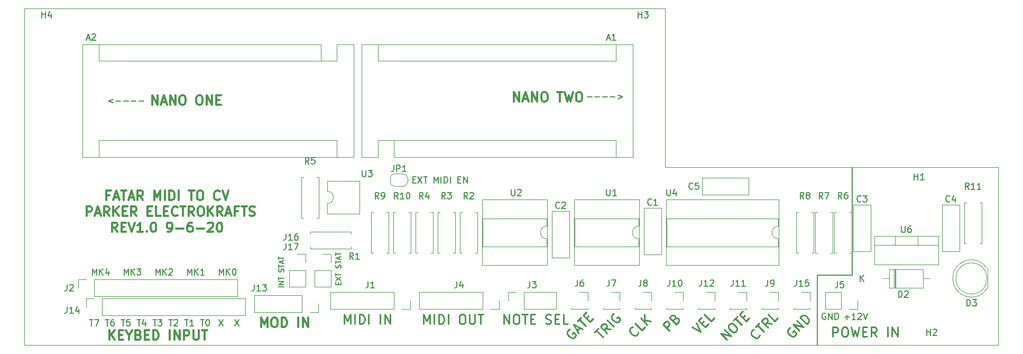
<source format=gbr>
%TF.GenerationSoftware,KiCad,Pcbnew,(5.1.6)-1*%
%TF.CreationDate,2020-09-07T22:38:35-04:00*%
%TF.ProjectId,FATARMATRIXPCBBOARD,46415441-524d-4415-9452-495850434242,rev?*%
%TF.SameCoordinates,Original*%
%TF.FileFunction,Legend,Top*%
%TF.FilePolarity,Positive*%
%FSLAX46Y46*%
G04 Gerber Fmt 4.6, Leading zero omitted, Abs format (unit mm)*
G04 Created by KiCad (PCBNEW (5.1.6)-1) date 2020-09-07 22:38:35*
%MOMM*%
%LPD*%
G01*
G04 APERTURE LIST*
%ADD10C,0.150000*%
%ADD11C,0.250000*%
%ADD12C,0.300000*%
%TA.AperFunction,Profile*%
%ADD13C,0.050000*%
%TD*%
%ADD14C,0.120000*%
G04 APERTURE END LIST*
D10*
X91106666Y-161504380D02*
X91773333Y-162504380D01*
X91773333Y-161504380D02*
X91106666Y-162504380D01*
X88566666Y-161504380D02*
X89233333Y-162504380D01*
X89233333Y-161504380D02*
X88566666Y-162504380D01*
X85598095Y-161504380D02*
X86169523Y-161504380D01*
X85883809Y-162504380D02*
X85883809Y-161504380D01*
X86693333Y-161504380D02*
X86788571Y-161504380D01*
X86883809Y-161552000D01*
X86931428Y-161599619D01*
X86979047Y-161694857D01*
X87026666Y-161885333D01*
X87026666Y-162123428D01*
X86979047Y-162313904D01*
X86931428Y-162409142D01*
X86883809Y-162456761D01*
X86788571Y-162504380D01*
X86693333Y-162504380D01*
X86598095Y-162456761D01*
X86550476Y-162409142D01*
X86502857Y-162313904D01*
X86455238Y-162123428D01*
X86455238Y-161885333D01*
X86502857Y-161694857D01*
X86550476Y-161599619D01*
X86598095Y-161552000D01*
X86693333Y-161504380D01*
X189992000Y-154432000D02*
X189992000Y-137160000D01*
X184404000Y-154432000D02*
X189992000Y-154432000D01*
X184404000Y-165608000D02*
X184404000Y-154432000D01*
D11*
X186845428Y-164254571D02*
X186845428Y-162754571D01*
X187416857Y-162754571D01*
X187559714Y-162826000D01*
X187631142Y-162897428D01*
X187702571Y-163040285D01*
X187702571Y-163254571D01*
X187631142Y-163397428D01*
X187559714Y-163468857D01*
X187416857Y-163540285D01*
X186845428Y-163540285D01*
X188631142Y-162754571D02*
X188916857Y-162754571D01*
X189059714Y-162826000D01*
X189202571Y-162968857D01*
X189274000Y-163254571D01*
X189274000Y-163754571D01*
X189202571Y-164040285D01*
X189059714Y-164183142D01*
X188916857Y-164254571D01*
X188631142Y-164254571D01*
X188488285Y-164183142D01*
X188345428Y-164040285D01*
X188274000Y-163754571D01*
X188274000Y-163254571D01*
X188345428Y-162968857D01*
X188488285Y-162826000D01*
X188631142Y-162754571D01*
X189774000Y-162754571D02*
X190131142Y-164254571D01*
X190416857Y-163183142D01*
X190702571Y-164254571D01*
X191059714Y-162754571D01*
X191631142Y-163468857D02*
X192131142Y-163468857D01*
X192345428Y-164254571D02*
X191631142Y-164254571D01*
X191631142Y-162754571D01*
X192345428Y-162754571D01*
X193845428Y-164254571D02*
X193345428Y-163540285D01*
X192988285Y-164254571D02*
X192988285Y-162754571D01*
X193559714Y-162754571D01*
X193702571Y-162826000D01*
X193774000Y-162897428D01*
X193845428Y-163040285D01*
X193845428Y-163254571D01*
X193774000Y-163397428D01*
X193702571Y-163468857D01*
X193559714Y-163540285D01*
X192988285Y-163540285D01*
X195631142Y-164254571D02*
X195631142Y-162754571D01*
X196345428Y-164254571D02*
X196345428Y-162754571D01*
X197202571Y-164254571D01*
X197202571Y-162754571D01*
D10*
X98913904Y-156285904D02*
X98113904Y-156285904D01*
X98913904Y-155904952D02*
X98113904Y-155904952D01*
X98913904Y-155447809D01*
X98113904Y-155447809D01*
X98113904Y-155181142D02*
X98113904Y-154724000D01*
X98913904Y-154952571D02*
X98113904Y-154952571D01*
X98875809Y-153885904D02*
X98913904Y-153771619D01*
X98913904Y-153581142D01*
X98875809Y-153504952D01*
X98837714Y-153466857D01*
X98761523Y-153428761D01*
X98685333Y-153428761D01*
X98609142Y-153466857D01*
X98571047Y-153504952D01*
X98532952Y-153581142D01*
X98494857Y-153733523D01*
X98456761Y-153809714D01*
X98418666Y-153847809D01*
X98342476Y-153885904D01*
X98266285Y-153885904D01*
X98190095Y-153847809D01*
X98152000Y-153809714D01*
X98113904Y-153733523D01*
X98113904Y-153543047D01*
X98152000Y-153428761D01*
X98113904Y-153200190D02*
X98113904Y-152743047D01*
X98913904Y-152971619D02*
X98113904Y-152971619D01*
X98685333Y-152514476D02*
X98685333Y-152133523D01*
X98913904Y-152590666D02*
X98113904Y-152324000D01*
X98913904Y-152057333D01*
X98113904Y-151904952D02*
X98113904Y-151447809D01*
X98913904Y-151676380D02*
X98113904Y-151676380D01*
X107638857Y-155911238D02*
X107638857Y-155644571D01*
X108057904Y-155530285D02*
X108057904Y-155911238D01*
X107257904Y-155911238D01*
X107257904Y-155530285D01*
X107257904Y-155263619D02*
X108057904Y-154730285D01*
X107257904Y-154730285D02*
X108057904Y-155263619D01*
X107257904Y-154539809D02*
X107257904Y-154082666D01*
X108057904Y-154311238D02*
X107257904Y-154311238D01*
X108019809Y-153244571D02*
X108057904Y-153130285D01*
X108057904Y-152939809D01*
X108019809Y-152863619D01*
X107981714Y-152825523D01*
X107905523Y-152787428D01*
X107829333Y-152787428D01*
X107753142Y-152825523D01*
X107715047Y-152863619D01*
X107676952Y-152939809D01*
X107638857Y-153092190D01*
X107600761Y-153168380D01*
X107562666Y-153206476D01*
X107486476Y-153244571D01*
X107410285Y-153244571D01*
X107334095Y-153206476D01*
X107296000Y-153168380D01*
X107257904Y-153092190D01*
X107257904Y-152901714D01*
X107296000Y-152787428D01*
X107257904Y-152558857D02*
X107257904Y-152101714D01*
X108057904Y-152330285D02*
X107257904Y-152330285D01*
X107829333Y-151873142D02*
X107829333Y-151492190D01*
X108057904Y-151949333D02*
X107257904Y-151682666D01*
X108057904Y-151416000D01*
X107257904Y-151263619D02*
X107257904Y-150806476D01*
X108057904Y-151035047D02*
X107257904Y-151035047D01*
X152463238Y-126198285D02*
X153225142Y-125912571D01*
X152463238Y-125626857D01*
X151987047Y-125912571D02*
X151225142Y-125912571D01*
X150748952Y-125912571D02*
X149987047Y-125912571D01*
X149510857Y-125912571D02*
X148748952Y-125912571D01*
X148272761Y-125912571D02*
X147510857Y-125912571D01*
X71564761Y-126277714D02*
X70802857Y-126563428D01*
X71564761Y-126849142D01*
X72040952Y-126563428D02*
X72802857Y-126563428D01*
X73279047Y-126563428D02*
X74040952Y-126563428D01*
X74517142Y-126563428D02*
X75279047Y-126563428D01*
X75755238Y-126563428D02*
X76517142Y-126563428D01*
X119594857Y-139120571D02*
X119928190Y-139120571D01*
X120071047Y-139644380D02*
X119594857Y-139644380D01*
X119594857Y-138644380D01*
X120071047Y-138644380D01*
X120404380Y-138644380D02*
X121071047Y-139644380D01*
X121071047Y-138644380D02*
X120404380Y-139644380D01*
X121309142Y-138644380D02*
X121880571Y-138644380D01*
X121594857Y-139644380D02*
X121594857Y-138644380D01*
X122975809Y-139644380D02*
X122975809Y-138644380D01*
X123309142Y-139358666D01*
X123642476Y-138644380D01*
X123642476Y-139644380D01*
X124118666Y-139644380D02*
X124118666Y-138644380D01*
X124594857Y-139644380D02*
X124594857Y-138644380D01*
X124832952Y-138644380D01*
X124975809Y-138692000D01*
X125071047Y-138787238D01*
X125118666Y-138882476D01*
X125166285Y-139072952D01*
X125166285Y-139215809D01*
X125118666Y-139406285D01*
X125071047Y-139501523D01*
X124975809Y-139596761D01*
X124832952Y-139644380D01*
X124594857Y-139644380D01*
X125594857Y-139644380D02*
X125594857Y-138644380D01*
X126832952Y-139120571D02*
X127166285Y-139120571D01*
X127309142Y-139644380D02*
X126832952Y-139644380D01*
X126832952Y-138644380D01*
X127309142Y-138644380D01*
X127737714Y-139644380D02*
X127737714Y-138644380D01*
X128309142Y-139644380D01*
X128309142Y-138644380D01*
X67818095Y-161504380D02*
X68389523Y-161504380D01*
X68103809Y-162504380D02*
X68103809Y-161504380D01*
X68627619Y-161504380D02*
X69294285Y-161504380D01*
X68865714Y-162504380D01*
X70358095Y-161504380D02*
X70929523Y-161504380D01*
X70643809Y-162504380D02*
X70643809Y-161504380D01*
X71691428Y-161504380D02*
X71500952Y-161504380D01*
X71405714Y-161552000D01*
X71358095Y-161599619D01*
X71262857Y-161742476D01*
X71215238Y-161932952D01*
X71215238Y-162313904D01*
X71262857Y-162409142D01*
X71310476Y-162456761D01*
X71405714Y-162504380D01*
X71596190Y-162504380D01*
X71691428Y-162456761D01*
X71739047Y-162409142D01*
X71786666Y-162313904D01*
X71786666Y-162075809D01*
X71739047Y-161980571D01*
X71691428Y-161932952D01*
X71596190Y-161885333D01*
X71405714Y-161885333D01*
X71310476Y-161932952D01*
X71262857Y-161980571D01*
X71215238Y-162075809D01*
X72898095Y-161504380D02*
X73469523Y-161504380D01*
X73183809Y-162504380D02*
X73183809Y-161504380D01*
X74279047Y-161504380D02*
X73802857Y-161504380D01*
X73755238Y-161980571D01*
X73802857Y-161932952D01*
X73898095Y-161885333D01*
X74136190Y-161885333D01*
X74231428Y-161932952D01*
X74279047Y-161980571D01*
X74326666Y-162075809D01*
X74326666Y-162313904D01*
X74279047Y-162409142D01*
X74231428Y-162456761D01*
X74136190Y-162504380D01*
X73898095Y-162504380D01*
X73802857Y-162456761D01*
X73755238Y-162409142D01*
X75438095Y-161504380D02*
X76009523Y-161504380D01*
X75723809Y-162504380D02*
X75723809Y-161504380D01*
X76771428Y-161837714D02*
X76771428Y-162504380D01*
X76533333Y-161456761D02*
X76295238Y-162171047D01*
X76914285Y-162171047D01*
X77978095Y-161504380D02*
X78549523Y-161504380D01*
X78263809Y-162504380D02*
X78263809Y-161504380D01*
X78787619Y-161504380D02*
X79406666Y-161504380D01*
X79073333Y-161885333D01*
X79216190Y-161885333D01*
X79311428Y-161932952D01*
X79359047Y-161980571D01*
X79406666Y-162075809D01*
X79406666Y-162313904D01*
X79359047Y-162409142D01*
X79311428Y-162456761D01*
X79216190Y-162504380D01*
X78930476Y-162504380D01*
X78835238Y-162456761D01*
X78787619Y-162409142D01*
X80518095Y-161504380D02*
X81089523Y-161504380D01*
X80803809Y-162504380D02*
X80803809Y-161504380D01*
X81375238Y-161599619D02*
X81422857Y-161552000D01*
X81518095Y-161504380D01*
X81756190Y-161504380D01*
X81851428Y-161552000D01*
X81899047Y-161599619D01*
X81946666Y-161694857D01*
X81946666Y-161790095D01*
X81899047Y-161932952D01*
X81327619Y-162504380D01*
X81946666Y-162504380D01*
X83058095Y-161504380D02*
X83629523Y-161504380D01*
X83343809Y-162504380D02*
X83343809Y-161504380D01*
X84486666Y-162504380D02*
X83915238Y-162504380D01*
X84200952Y-162504380D02*
X84200952Y-161504380D01*
X84105714Y-161647238D01*
X84010476Y-161742476D01*
X83915238Y-161790095D01*
X68286476Y-154376380D02*
X68286476Y-153376380D01*
X68619809Y-154090666D01*
X68953142Y-153376380D01*
X68953142Y-154376380D01*
X69429333Y-154376380D02*
X69429333Y-153376380D01*
X70000761Y-154376380D02*
X69572190Y-153804952D01*
X70000761Y-153376380D02*
X69429333Y-153947809D01*
X70857904Y-153709714D02*
X70857904Y-154376380D01*
X70619809Y-153328761D02*
X70381714Y-154043047D01*
X71000761Y-154043047D01*
X73366476Y-154376380D02*
X73366476Y-153376380D01*
X73699809Y-154090666D01*
X74033142Y-153376380D01*
X74033142Y-154376380D01*
X74509333Y-154376380D02*
X74509333Y-153376380D01*
X75080761Y-154376380D02*
X74652190Y-153804952D01*
X75080761Y-153376380D02*
X74509333Y-153947809D01*
X75414095Y-153376380D02*
X76033142Y-153376380D01*
X75699809Y-153757333D01*
X75842666Y-153757333D01*
X75937904Y-153804952D01*
X75985523Y-153852571D01*
X76033142Y-153947809D01*
X76033142Y-154185904D01*
X75985523Y-154281142D01*
X75937904Y-154328761D01*
X75842666Y-154376380D01*
X75556952Y-154376380D01*
X75461714Y-154328761D01*
X75414095Y-154281142D01*
X78446476Y-154376380D02*
X78446476Y-153376380D01*
X78779809Y-154090666D01*
X79113142Y-153376380D01*
X79113142Y-154376380D01*
X79589333Y-154376380D02*
X79589333Y-153376380D01*
X80160761Y-154376380D02*
X79732190Y-153804952D01*
X80160761Y-153376380D02*
X79589333Y-153947809D01*
X80541714Y-153471619D02*
X80589333Y-153424000D01*
X80684571Y-153376380D01*
X80922666Y-153376380D01*
X81017904Y-153424000D01*
X81065523Y-153471619D01*
X81113142Y-153566857D01*
X81113142Y-153662095D01*
X81065523Y-153804952D01*
X80494095Y-154376380D01*
X81113142Y-154376380D01*
X83526476Y-154376380D02*
X83526476Y-153376380D01*
X83859809Y-154090666D01*
X84193142Y-153376380D01*
X84193142Y-154376380D01*
X84669333Y-154376380D02*
X84669333Y-153376380D01*
X85240761Y-154376380D02*
X84812190Y-153804952D01*
X85240761Y-153376380D02*
X84669333Y-153947809D01*
X86193142Y-154376380D02*
X85621714Y-154376380D01*
X85907428Y-154376380D02*
X85907428Y-153376380D01*
X85812190Y-153519238D01*
X85716952Y-153614476D01*
X85621714Y-153662095D01*
X88606476Y-154376380D02*
X88606476Y-153376380D01*
X88939809Y-154090666D01*
X89273142Y-153376380D01*
X89273142Y-154376380D01*
X89749333Y-154376380D02*
X89749333Y-153376380D01*
X90320761Y-154376380D02*
X89892190Y-153804952D01*
X90320761Y-153376380D02*
X89749333Y-153947809D01*
X90939809Y-153376380D02*
X91035047Y-153376380D01*
X91130285Y-153424000D01*
X91177904Y-153471619D01*
X91225523Y-153566857D01*
X91273142Y-153757333D01*
X91273142Y-153995428D01*
X91225523Y-154185904D01*
X91177904Y-154281142D01*
X91130285Y-154328761D01*
X91035047Y-154376380D01*
X90939809Y-154376380D01*
X90844571Y-154328761D01*
X90796952Y-154281142D01*
X90749333Y-154185904D01*
X90701714Y-153995428D01*
X90701714Y-153757333D01*
X90749333Y-153566857D01*
X90796952Y-153471619D01*
X90844571Y-153424000D01*
X90939809Y-153376380D01*
D12*
X135795428Y-126662571D02*
X135795428Y-125162571D01*
X136652571Y-126662571D01*
X136652571Y-125162571D01*
X137295428Y-126234000D02*
X138009714Y-126234000D01*
X137152571Y-126662571D02*
X137652571Y-125162571D01*
X138152571Y-126662571D01*
X138652571Y-126662571D02*
X138652571Y-125162571D01*
X139509714Y-126662571D01*
X139509714Y-125162571D01*
X140509714Y-125162571D02*
X140795428Y-125162571D01*
X140938285Y-125234000D01*
X141081142Y-125376857D01*
X141152571Y-125662571D01*
X141152571Y-126162571D01*
X141081142Y-126448285D01*
X140938285Y-126591142D01*
X140795428Y-126662571D01*
X140509714Y-126662571D01*
X140366857Y-126591142D01*
X140224000Y-126448285D01*
X140152571Y-126162571D01*
X140152571Y-125662571D01*
X140224000Y-125376857D01*
X140366857Y-125234000D01*
X140509714Y-125162571D01*
X142724000Y-125162571D02*
X143581142Y-125162571D01*
X143152571Y-126662571D02*
X143152571Y-125162571D01*
X143938285Y-125162571D02*
X144295428Y-126662571D01*
X144581142Y-125591142D01*
X144866857Y-126662571D01*
X145224000Y-125162571D01*
X146081142Y-125162571D02*
X146366857Y-125162571D01*
X146509714Y-125234000D01*
X146652571Y-125376857D01*
X146724000Y-125662571D01*
X146724000Y-126162571D01*
X146652571Y-126448285D01*
X146509714Y-126591142D01*
X146366857Y-126662571D01*
X146081142Y-126662571D01*
X145938285Y-126591142D01*
X145795428Y-126448285D01*
X145724000Y-126162571D01*
X145724000Y-125662571D01*
X145795428Y-125376857D01*
X145938285Y-125234000D01*
X146081142Y-125162571D01*
X77847714Y-127170571D02*
X77847714Y-125670571D01*
X78704857Y-127170571D01*
X78704857Y-125670571D01*
X79347714Y-126742000D02*
X80062000Y-126742000D01*
X79204857Y-127170571D02*
X79704857Y-125670571D01*
X80204857Y-127170571D01*
X80704857Y-127170571D02*
X80704857Y-125670571D01*
X81562000Y-127170571D01*
X81562000Y-125670571D01*
X82562000Y-125670571D02*
X82847714Y-125670571D01*
X82990571Y-125742000D01*
X83133428Y-125884857D01*
X83204857Y-126170571D01*
X83204857Y-126670571D01*
X83133428Y-126956285D01*
X82990571Y-127099142D01*
X82847714Y-127170571D01*
X82562000Y-127170571D01*
X82419142Y-127099142D01*
X82276285Y-126956285D01*
X82204857Y-126670571D01*
X82204857Y-126170571D01*
X82276285Y-125884857D01*
X82419142Y-125742000D01*
X82562000Y-125670571D01*
X85276285Y-125670571D02*
X85562000Y-125670571D01*
X85704857Y-125742000D01*
X85847714Y-125884857D01*
X85919142Y-126170571D01*
X85919142Y-126670571D01*
X85847714Y-126956285D01*
X85704857Y-127099142D01*
X85562000Y-127170571D01*
X85276285Y-127170571D01*
X85133428Y-127099142D01*
X84990571Y-126956285D01*
X84919142Y-126670571D01*
X84919142Y-126170571D01*
X84990571Y-125884857D01*
X85133428Y-125742000D01*
X85276285Y-125670571D01*
X86562000Y-127170571D02*
X86562000Y-125670571D01*
X87419142Y-127170571D01*
X87419142Y-125670571D01*
X88133428Y-126384857D02*
X88633428Y-126384857D01*
X88847714Y-127170571D02*
X88133428Y-127170571D01*
X88133428Y-125670571D01*
X88847714Y-125670571D01*
D13*
X57404000Y-111760000D02*
X57404000Y-165608000D01*
X160020000Y-111760000D02*
X57404000Y-111760000D01*
X160020000Y-114300000D02*
X160020000Y-111760000D01*
X160020000Y-137160000D02*
X160020000Y-114300000D01*
X213360000Y-137160000D02*
X160020000Y-137160000D01*
X213360000Y-165608000D02*
X213360000Y-137160000D01*
X57404000Y-165608000D02*
X213360000Y-165608000D01*
D11*
X144713009Y-163090330D02*
X144561486Y-163140837D01*
X144409963Y-163292360D01*
X144308948Y-163494391D01*
X144308948Y-163696421D01*
X144359456Y-163847944D01*
X144510979Y-164100482D01*
X144662502Y-164252005D01*
X144915040Y-164403528D01*
X145066563Y-164454036D01*
X145268593Y-164454036D01*
X145470624Y-164353020D01*
X145571639Y-164252005D01*
X145672654Y-164049975D01*
X145672654Y-163948959D01*
X145319101Y-163595406D01*
X145117070Y-163797436D01*
X145874685Y-163342868D02*
X146379761Y-162837791D01*
X146076715Y-163746929D02*
X145369608Y-162332715D01*
X146783822Y-163039822D01*
X145925192Y-161777131D02*
X146531284Y-161171040D01*
X147288898Y-162534746D02*
X146228238Y-161474086D01*
X147389913Y-161322563D02*
X147743467Y-160969009D01*
X148450574Y-161373070D02*
X147945497Y-161878147D01*
X146884837Y-160817486D01*
X147389913Y-160312410D01*
X148678918Y-163595406D02*
X149285009Y-162989314D01*
X150042624Y-164353020D02*
X148981963Y-163292360D01*
X151305314Y-163090330D02*
X150446685Y-162938807D01*
X150699223Y-163696421D02*
X149638563Y-162635761D01*
X150042624Y-162231700D01*
X150194147Y-162181192D01*
X150295162Y-162181192D01*
X150446685Y-162231700D01*
X150598208Y-162383223D01*
X150648715Y-162534746D01*
X150648715Y-162635761D01*
X150598208Y-162787284D01*
X150194147Y-163191345D01*
X151759883Y-162635761D02*
X150699223Y-161575101D01*
X151810391Y-160564948D02*
X151658868Y-160615456D01*
X151507345Y-160766979D01*
X151406330Y-160969009D01*
X151406330Y-161171040D01*
X151456837Y-161322563D01*
X151608360Y-161575101D01*
X151759883Y-161726624D01*
X152012421Y-161878147D01*
X152163944Y-161928654D01*
X152365975Y-161928654D01*
X152568005Y-161827639D01*
X152669020Y-161726624D01*
X152770036Y-161524593D01*
X152770036Y-161423578D01*
X152416482Y-161070024D01*
X152214452Y-161272055D01*
X155703461Y-163570152D02*
X155703461Y-163671167D01*
X155602446Y-163873198D01*
X155501431Y-163974213D01*
X155299400Y-164075228D01*
X155097370Y-164075228D01*
X154945847Y-164024721D01*
X154693309Y-163873198D01*
X154541786Y-163721675D01*
X154390263Y-163469137D01*
X154339755Y-163317614D01*
X154339755Y-163115583D01*
X154440771Y-162913553D01*
X154541786Y-162812538D01*
X154743816Y-162711522D01*
X154844832Y-162711522D01*
X156764122Y-162711522D02*
X156259045Y-163216599D01*
X155198385Y-162155938D01*
X157117675Y-162357969D02*
X156057015Y-161297309D01*
X157723766Y-161751877D02*
X156663106Y-161600355D01*
X156663106Y-160691217D02*
X156663106Y-161903400D01*
X160707700Y-163339944D02*
X159647040Y-162279284D01*
X160051101Y-161875223D01*
X160202624Y-161824715D01*
X160303639Y-161824715D01*
X160455162Y-161875223D01*
X160606685Y-162026746D01*
X160657192Y-162178269D01*
X160657192Y-162279284D01*
X160606685Y-162430807D01*
X160202624Y-162834868D01*
X161566330Y-161370147D02*
X161768360Y-161269131D01*
X161869375Y-161269131D01*
X162020898Y-161319639D01*
X162172421Y-161471162D01*
X162222929Y-161622685D01*
X162222929Y-161723700D01*
X162172421Y-161875223D01*
X161768360Y-162279284D01*
X160707700Y-161218624D01*
X161061253Y-160865070D01*
X161212776Y-160814563D01*
X161313791Y-160814563D01*
X161465314Y-160865070D01*
X161566330Y-160966086D01*
X161616837Y-161117608D01*
X161616837Y-161218624D01*
X161566330Y-161370147D01*
X161212776Y-161723700D01*
X164272471Y-162733852D02*
X165686685Y-163440959D01*
X164979578Y-162026746D01*
X165838208Y-162178269D02*
X166191761Y-161824715D01*
X166898868Y-162228776D02*
X166393791Y-162733852D01*
X165333131Y-161673192D01*
X165838208Y-161168116D01*
X167858513Y-161269131D02*
X167353436Y-161774208D01*
X166292776Y-160713547D01*
X169933309Y-164782335D02*
X168872649Y-163721675D01*
X170539400Y-164176244D01*
X169478740Y-163115583D01*
X170185847Y-162408477D02*
X170387877Y-162206446D01*
X170539400Y-162155938D01*
X170741431Y-162155938D01*
X170993969Y-162307461D01*
X171347522Y-162661015D01*
X171499045Y-162913553D01*
X171499045Y-163115583D01*
X171448538Y-163267106D01*
X171246507Y-163469137D01*
X171094984Y-163519644D01*
X170892954Y-163519644D01*
X170640416Y-163368122D01*
X170286862Y-163014568D01*
X170135339Y-162762030D01*
X170135339Y-162560000D01*
X170185847Y-162408477D01*
X170943461Y-161650862D02*
X171549553Y-161044771D01*
X172307167Y-162408477D02*
X171246507Y-161347816D01*
X172408183Y-161196294D02*
X172761736Y-160842740D01*
X173468843Y-161246801D02*
X172963766Y-161751877D01*
X171903106Y-160691217D01*
X172408183Y-160186141D01*
X175111400Y-163974213D02*
X175111400Y-164075228D01*
X175010385Y-164277259D01*
X174909370Y-164378274D01*
X174707339Y-164479289D01*
X174505309Y-164479289D01*
X174353786Y-164428782D01*
X174101248Y-164277259D01*
X173949725Y-164125736D01*
X173798202Y-163873198D01*
X173747694Y-163721675D01*
X173747694Y-163519644D01*
X173848710Y-163317614D01*
X173949725Y-163216599D01*
X174151755Y-163115583D01*
X174252771Y-163115583D01*
X174454801Y-162711522D02*
X175060893Y-162105431D01*
X175818507Y-163469137D02*
X174757847Y-162408477D01*
X177081198Y-162206446D02*
X176222568Y-162054923D01*
X176475106Y-162812538D02*
X175414446Y-161751877D01*
X175818507Y-161347816D01*
X175970030Y-161297309D01*
X176071045Y-161297309D01*
X176222568Y-161347816D01*
X176374091Y-161499339D01*
X176424599Y-161650862D01*
X176424599Y-161751877D01*
X176374091Y-161903400D01*
X175970030Y-162307461D01*
X178040843Y-161246801D02*
X177535766Y-161751877D01*
X176475106Y-160691217D01*
X180017547Y-162837791D02*
X179866024Y-162888299D01*
X179714502Y-163039822D01*
X179613486Y-163241852D01*
X179613486Y-163443883D01*
X179663994Y-163595406D01*
X179815517Y-163847944D01*
X179967040Y-163999467D01*
X180219578Y-164150990D01*
X180371101Y-164201497D01*
X180573131Y-164201497D01*
X180775162Y-164100482D01*
X180876177Y-163999467D01*
X180977192Y-163797436D01*
X180977192Y-163696421D01*
X180623639Y-163342868D01*
X180421608Y-163544898D01*
X181532776Y-163342868D02*
X180472116Y-162282208D01*
X182138868Y-162736776D01*
X181078208Y-161676116D01*
X182643944Y-162231700D02*
X181583284Y-161171040D01*
X181835822Y-160918502D01*
X182037852Y-160817486D01*
X182239883Y-160817486D01*
X182391406Y-160867994D01*
X182643944Y-161019517D01*
X182795467Y-161171040D01*
X182946990Y-161423578D01*
X182997497Y-161575101D01*
X182997497Y-161777131D01*
X182896482Y-161979162D01*
X182643944Y-162231700D01*
D12*
X71021999Y-141614857D02*
X70521999Y-141614857D01*
X70521999Y-142400571D02*
X70521999Y-140900571D01*
X71236285Y-140900571D01*
X71736285Y-141972000D02*
X72450571Y-141972000D01*
X71593428Y-142400571D02*
X72093428Y-140900571D01*
X72593428Y-142400571D01*
X72879142Y-140900571D02*
X73736285Y-140900571D01*
X73307714Y-142400571D02*
X73307714Y-140900571D01*
X74164857Y-141972000D02*
X74879142Y-141972000D01*
X74021999Y-142400571D02*
X74521999Y-140900571D01*
X75021999Y-142400571D01*
X76379142Y-142400571D02*
X75879142Y-141686285D01*
X75521999Y-142400571D02*
X75521999Y-140900571D01*
X76093428Y-140900571D01*
X76236285Y-140972000D01*
X76307714Y-141043428D01*
X76379142Y-141186285D01*
X76379142Y-141400571D01*
X76307714Y-141543428D01*
X76236285Y-141614857D01*
X76093428Y-141686285D01*
X75521999Y-141686285D01*
X78164857Y-142400571D02*
X78164857Y-140900571D01*
X78664857Y-141972000D01*
X79164857Y-140900571D01*
X79164857Y-142400571D01*
X79879142Y-142400571D02*
X79879142Y-140900571D01*
X80593428Y-142400571D02*
X80593428Y-140900571D01*
X80950571Y-140900571D01*
X81164857Y-140972000D01*
X81307714Y-141114857D01*
X81379142Y-141257714D01*
X81450571Y-141543428D01*
X81450571Y-141757714D01*
X81379142Y-142043428D01*
X81307714Y-142186285D01*
X81164857Y-142329142D01*
X80950571Y-142400571D01*
X80593428Y-142400571D01*
X82093428Y-142400571D02*
X82093428Y-140900571D01*
X83736285Y-140900571D02*
X84593428Y-140900571D01*
X84164857Y-142400571D02*
X84164857Y-140900571D01*
X85379142Y-140900571D02*
X85664857Y-140900571D01*
X85807714Y-140972000D01*
X85950571Y-141114857D01*
X86021999Y-141400571D01*
X86021999Y-141900571D01*
X85950571Y-142186285D01*
X85807714Y-142329142D01*
X85664857Y-142400571D01*
X85379142Y-142400571D01*
X85236285Y-142329142D01*
X85093428Y-142186285D01*
X85021999Y-141900571D01*
X85021999Y-141400571D01*
X85093428Y-141114857D01*
X85236285Y-140972000D01*
X85379142Y-140900571D01*
X88664857Y-142257714D02*
X88593428Y-142329142D01*
X88379142Y-142400571D01*
X88236285Y-142400571D01*
X88021999Y-142329142D01*
X87879142Y-142186285D01*
X87807714Y-142043428D01*
X87736285Y-141757714D01*
X87736285Y-141543428D01*
X87807714Y-141257714D01*
X87879142Y-141114857D01*
X88021999Y-140972000D01*
X88236285Y-140900571D01*
X88379142Y-140900571D01*
X88593428Y-140972000D01*
X88664857Y-141043428D01*
X89093428Y-140900571D02*
X89593428Y-142400571D01*
X90093428Y-140900571D01*
X67343428Y-144950571D02*
X67343428Y-143450571D01*
X67914857Y-143450571D01*
X68057714Y-143522000D01*
X68129142Y-143593428D01*
X68200571Y-143736285D01*
X68200571Y-143950571D01*
X68129142Y-144093428D01*
X68057714Y-144164857D01*
X67914857Y-144236285D01*
X67343428Y-144236285D01*
X68772000Y-144522000D02*
X69486285Y-144522000D01*
X68629142Y-144950571D02*
X69129142Y-143450571D01*
X69629142Y-144950571D01*
X70986285Y-144950571D02*
X70486285Y-144236285D01*
X70129142Y-144950571D02*
X70129142Y-143450571D01*
X70700571Y-143450571D01*
X70843428Y-143522000D01*
X70914857Y-143593428D01*
X70986285Y-143736285D01*
X70986285Y-143950571D01*
X70914857Y-144093428D01*
X70843428Y-144164857D01*
X70700571Y-144236285D01*
X70129142Y-144236285D01*
X71629142Y-144950571D02*
X71629142Y-143450571D01*
X72486285Y-144950571D02*
X71843428Y-144093428D01*
X72486285Y-143450571D02*
X71629142Y-144307714D01*
X73129142Y-144164857D02*
X73629142Y-144164857D01*
X73843428Y-144950571D02*
X73129142Y-144950571D01*
X73129142Y-143450571D01*
X73843428Y-143450571D01*
X75343428Y-144950571D02*
X74843428Y-144236285D01*
X74486285Y-144950571D02*
X74486285Y-143450571D01*
X75057714Y-143450571D01*
X75200571Y-143522000D01*
X75272000Y-143593428D01*
X75343428Y-143736285D01*
X75343428Y-143950571D01*
X75272000Y-144093428D01*
X75200571Y-144164857D01*
X75057714Y-144236285D01*
X74486285Y-144236285D01*
X77129142Y-144164857D02*
X77629142Y-144164857D01*
X77843428Y-144950571D02*
X77129142Y-144950571D01*
X77129142Y-143450571D01*
X77843428Y-143450571D01*
X79200571Y-144950571D02*
X78486285Y-144950571D01*
X78486285Y-143450571D01*
X79700571Y-144164857D02*
X80200571Y-144164857D01*
X80414857Y-144950571D02*
X79700571Y-144950571D01*
X79700571Y-143450571D01*
X80414857Y-143450571D01*
X81914857Y-144807714D02*
X81843428Y-144879142D01*
X81629142Y-144950571D01*
X81486285Y-144950571D01*
X81272000Y-144879142D01*
X81129142Y-144736285D01*
X81057714Y-144593428D01*
X80986285Y-144307714D01*
X80986285Y-144093428D01*
X81057714Y-143807714D01*
X81129142Y-143664857D01*
X81272000Y-143522000D01*
X81486285Y-143450571D01*
X81629142Y-143450571D01*
X81843428Y-143522000D01*
X81914857Y-143593428D01*
X82343428Y-143450571D02*
X83200571Y-143450571D01*
X82772000Y-144950571D02*
X82772000Y-143450571D01*
X84557714Y-144950571D02*
X84057714Y-144236285D01*
X83700571Y-144950571D02*
X83700571Y-143450571D01*
X84272000Y-143450571D01*
X84414857Y-143522000D01*
X84486285Y-143593428D01*
X84557714Y-143736285D01*
X84557714Y-143950571D01*
X84486285Y-144093428D01*
X84414857Y-144164857D01*
X84272000Y-144236285D01*
X83700571Y-144236285D01*
X85486285Y-143450571D02*
X85772000Y-143450571D01*
X85914857Y-143522000D01*
X86057714Y-143664857D01*
X86129142Y-143950571D01*
X86129142Y-144450571D01*
X86057714Y-144736285D01*
X85914857Y-144879142D01*
X85772000Y-144950571D01*
X85486285Y-144950571D01*
X85343428Y-144879142D01*
X85200571Y-144736285D01*
X85129142Y-144450571D01*
X85129142Y-143950571D01*
X85200571Y-143664857D01*
X85343428Y-143522000D01*
X85486285Y-143450571D01*
X86772000Y-144950571D02*
X86772000Y-143450571D01*
X87629142Y-144950571D02*
X86986285Y-144093428D01*
X87629142Y-143450571D02*
X86772000Y-144307714D01*
X89129142Y-144950571D02*
X88629142Y-144236285D01*
X88272000Y-144950571D02*
X88272000Y-143450571D01*
X88843428Y-143450571D01*
X88986285Y-143522000D01*
X89057714Y-143593428D01*
X89129142Y-143736285D01*
X89129142Y-143950571D01*
X89057714Y-144093428D01*
X88986285Y-144164857D01*
X88843428Y-144236285D01*
X88272000Y-144236285D01*
X89700571Y-144522000D02*
X90414857Y-144522000D01*
X89557714Y-144950571D02*
X90057714Y-143450571D01*
X90557714Y-144950571D01*
X91557714Y-144164857D02*
X91057714Y-144164857D01*
X91057714Y-144950571D02*
X91057714Y-143450571D01*
X91772000Y-143450571D01*
X92129142Y-143450571D02*
X92986285Y-143450571D01*
X92557714Y-144950571D02*
X92557714Y-143450571D01*
X93414857Y-144879142D02*
X93629142Y-144950571D01*
X93986285Y-144950571D01*
X94129142Y-144879142D01*
X94200571Y-144807714D01*
X94272000Y-144664857D01*
X94272000Y-144522000D01*
X94200571Y-144379142D01*
X94129142Y-144307714D01*
X93986285Y-144236285D01*
X93700571Y-144164857D01*
X93557714Y-144093428D01*
X93486285Y-144022000D01*
X93414857Y-143879142D01*
X93414857Y-143736285D01*
X93486285Y-143593428D01*
X93557714Y-143522000D01*
X93700571Y-143450571D01*
X94057714Y-143450571D01*
X94272000Y-143522000D01*
X72272000Y-147500571D02*
X71772000Y-146786285D01*
X71414857Y-147500571D02*
X71414857Y-146000571D01*
X71986285Y-146000571D01*
X72129142Y-146072000D01*
X72200571Y-146143428D01*
X72272000Y-146286285D01*
X72272000Y-146500571D01*
X72200571Y-146643428D01*
X72129142Y-146714857D01*
X71986285Y-146786285D01*
X71414857Y-146786285D01*
X72914857Y-146714857D02*
X73414857Y-146714857D01*
X73629142Y-147500571D02*
X72914857Y-147500571D01*
X72914857Y-146000571D01*
X73629142Y-146000571D01*
X74057714Y-146000571D02*
X74557714Y-147500571D01*
X75057714Y-146000571D01*
X76343428Y-147500571D02*
X75486285Y-147500571D01*
X75914857Y-147500571D02*
X75914857Y-146000571D01*
X75772000Y-146214857D01*
X75629142Y-146357714D01*
X75486285Y-146429142D01*
X76986285Y-147357714D02*
X77057714Y-147429142D01*
X76986285Y-147500571D01*
X76914857Y-147429142D01*
X76986285Y-147357714D01*
X76986285Y-147500571D01*
X77986285Y-146000571D02*
X78129142Y-146000571D01*
X78272000Y-146072000D01*
X78343428Y-146143428D01*
X78414857Y-146286285D01*
X78486285Y-146572000D01*
X78486285Y-146929142D01*
X78414857Y-147214857D01*
X78343428Y-147357714D01*
X78272000Y-147429142D01*
X78129142Y-147500571D01*
X77986285Y-147500571D01*
X77843428Y-147429142D01*
X77772000Y-147357714D01*
X77700571Y-147214857D01*
X77629142Y-146929142D01*
X77629142Y-146572000D01*
X77700571Y-146286285D01*
X77772000Y-146143428D01*
X77843428Y-146072000D01*
X77986285Y-146000571D01*
X80343428Y-147500571D02*
X80629142Y-147500571D01*
X80772000Y-147429142D01*
X80843428Y-147357714D01*
X80986285Y-147143428D01*
X81057714Y-146857714D01*
X81057714Y-146286285D01*
X80986285Y-146143428D01*
X80914857Y-146072000D01*
X80772000Y-146000571D01*
X80486285Y-146000571D01*
X80343428Y-146072000D01*
X80272000Y-146143428D01*
X80200571Y-146286285D01*
X80200571Y-146643428D01*
X80272000Y-146786285D01*
X80343428Y-146857714D01*
X80486285Y-146929142D01*
X80772000Y-146929142D01*
X80914857Y-146857714D01*
X80986285Y-146786285D01*
X81057714Y-146643428D01*
X81700571Y-146929142D02*
X82843428Y-146929142D01*
X84200571Y-146000571D02*
X83914857Y-146000571D01*
X83772000Y-146072000D01*
X83700571Y-146143428D01*
X83557714Y-146357714D01*
X83486285Y-146643428D01*
X83486285Y-147214857D01*
X83557714Y-147357714D01*
X83629142Y-147429142D01*
X83772000Y-147500571D01*
X84057714Y-147500571D01*
X84200571Y-147429142D01*
X84272000Y-147357714D01*
X84343428Y-147214857D01*
X84343428Y-146857714D01*
X84272000Y-146714857D01*
X84200571Y-146643428D01*
X84057714Y-146572000D01*
X83772000Y-146572000D01*
X83629142Y-146643428D01*
X83557714Y-146714857D01*
X83486285Y-146857714D01*
X84986285Y-146929142D02*
X86129142Y-146929142D01*
X86772000Y-146143428D02*
X86843428Y-146072000D01*
X86986285Y-146000571D01*
X87343428Y-146000571D01*
X87486285Y-146072000D01*
X87557714Y-146143428D01*
X87629142Y-146286285D01*
X87629142Y-146429142D01*
X87557714Y-146643428D01*
X86700571Y-147500571D01*
X87629142Y-147500571D01*
X88557714Y-146000571D02*
X88700571Y-146000571D01*
X88843428Y-146072000D01*
X88914857Y-146143428D01*
X88986285Y-146286285D01*
X89057714Y-146572000D01*
X89057714Y-146929142D01*
X88986285Y-147214857D01*
X88914857Y-147357714D01*
X88843428Y-147429142D01*
X88700571Y-147500571D01*
X88557714Y-147500571D01*
X88414857Y-147429142D01*
X88343428Y-147357714D01*
X88272000Y-147214857D01*
X88200571Y-146929142D01*
X88200571Y-146572000D01*
X88272000Y-146286285D01*
X88343428Y-146143428D01*
X88414857Y-146072000D01*
X88557714Y-146000571D01*
D11*
X134156285Y-162222571D02*
X134156285Y-160722571D01*
X135013428Y-162222571D01*
X135013428Y-160722571D01*
X136013428Y-160722571D02*
X136299142Y-160722571D01*
X136442000Y-160794000D01*
X136584857Y-160936857D01*
X136656285Y-161222571D01*
X136656285Y-161722571D01*
X136584857Y-162008285D01*
X136442000Y-162151142D01*
X136299142Y-162222571D01*
X136013428Y-162222571D01*
X135870571Y-162151142D01*
X135727714Y-162008285D01*
X135656285Y-161722571D01*
X135656285Y-161222571D01*
X135727714Y-160936857D01*
X135870571Y-160794000D01*
X136013428Y-160722571D01*
X137084857Y-160722571D02*
X137942000Y-160722571D01*
X137513428Y-162222571D02*
X137513428Y-160722571D01*
X138442000Y-161436857D02*
X138942000Y-161436857D01*
X139156285Y-162222571D02*
X138442000Y-162222571D01*
X138442000Y-160722571D01*
X139156285Y-160722571D01*
X140870571Y-162151142D02*
X141084857Y-162222571D01*
X141442000Y-162222571D01*
X141584857Y-162151142D01*
X141656285Y-162079714D01*
X141727714Y-161936857D01*
X141727714Y-161794000D01*
X141656285Y-161651142D01*
X141584857Y-161579714D01*
X141442000Y-161508285D01*
X141156285Y-161436857D01*
X141013428Y-161365428D01*
X140942000Y-161294000D01*
X140870571Y-161151142D01*
X140870571Y-161008285D01*
X140942000Y-160865428D01*
X141013428Y-160794000D01*
X141156285Y-160722571D01*
X141513428Y-160722571D01*
X141727714Y-160794000D01*
X142370571Y-161436857D02*
X142870571Y-161436857D01*
X143084857Y-162222571D02*
X142370571Y-162222571D01*
X142370571Y-160722571D01*
X143084857Y-160722571D01*
X144442000Y-162222571D02*
X143727714Y-162222571D01*
X143727714Y-160722571D01*
X108589428Y-162222571D02*
X108589428Y-160722571D01*
X109089428Y-161794000D01*
X109589428Y-160722571D01*
X109589428Y-162222571D01*
X110303714Y-162222571D02*
X110303714Y-160722571D01*
X111018000Y-162222571D02*
X111018000Y-160722571D01*
X111375142Y-160722571D01*
X111589428Y-160794000D01*
X111732285Y-160936857D01*
X111803714Y-161079714D01*
X111875142Y-161365428D01*
X111875142Y-161579714D01*
X111803714Y-161865428D01*
X111732285Y-162008285D01*
X111589428Y-162151142D01*
X111375142Y-162222571D01*
X111018000Y-162222571D01*
X112518000Y-162222571D02*
X112518000Y-160722571D01*
X114375142Y-162222571D02*
X114375142Y-160722571D01*
X115089428Y-162222571D02*
X115089428Y-160722571D01*
X115946571Y-162222571D01*
X115946571Y-160722571D01*
D10*
X185674095Y-160536000D02*
X185578857Y-160488380D01*
X185436000Y-160488380D01*
X185293142Y-160536000D01*
X185197904Y-160631238D01*
X185150285Y-160726476D01*
X185102666Y-160916952D01*
X185102666Y-161059809D01*
X185150285Y-161250285D01*
X185197904Y-161345523D01*
X185293142Y-161440761D01*
X185436000Y-161488380D01*
X185531238Y-161488380D01*
X185674095Y-161440761D01*
X185721714Y-161393142D01*
X185721714Y-161059809D01*
X185531238Y-161059809D01*
X186150285Y-161488380D02*
X186150285Y-160488380D01*
X186721714Y-161488380D01*
X186721714Y-160488380D01*
X187197904Y-161488380D02*
X187197904Y-160488380D01*
X187436000Y-160488380D01*
X187578857Y-160536000D01*
X187674095Y-160631238D01*
X187721714Y-160726476D01*
X187769333Y-160916952D01*
X187769333Y-161059809D01*
X187721714Y-161250285D01*
X187674095Y-161345523D01*
X187578857Y-161440761D01*
X187436000Y-161488380D01*
X187197904Y-161488380D01*
X188738095Y-161107428D02*
X189500000Y-161107428D01*
X189119047Y-161488380D02*
X189119047Y-160726476D01*
X190500000Y-161488380D02*
X189928571Y-161488380D01*
X190214285Y-161488380D02*
X190214285Y-160488380D01*
X190119047Y-160631238D01*
X190023809Y-160726476D01*
X189928571Y-160774095D01*
X190880952Y-160583619D02*
X190928571Y-160536000D01*
X191023809Y-160488380D01*
X191261904Y-160488380D01*
X191357142Y-160536000D01*
X191404761Y-160583619D01*
X191452380Y-160678857D01*
X191452380Y-160774095D01*
X191404761Y-160916952D01*
X190833333Y-161488380D01*
X191452380Y-161488380D01*
X191738095Y-160488380D02*
X192071428Y-161488380D01*
X192404761Y-160488380D01*
D11*
X121305428Y-162222571D02*
X121305428Y-160722571D01*
X121805428Y-161794000D01*
X122305428Y-160722571D01*
X122305428Y-162222571D01*
X123019714Y-162222571D02*
X123019714Y-160722571D01*
X123734000Y-162222571D02*
X123734000Y-160722571D01*
X124091142Y-160722571D01*
X124305428Y-160794000D01*
X124448285Y-160936857D01*
X124519714Y-161079714D01*
X124591142Y-161365428D01*
X124591142Y-161579714D01*
X124519714Y-161865428D01*
X124448285Y-162008285D01*
X124305428Y-162151142D01*
X124091142Y-162222571D01*
X123734000Y-162222571D01*
X125234000Y-162222571D02*
X125234000Y-160722571D01*
X127376857Y-160722571D02*
X127662571Y-160722571D01*
X127805428Y-160794000D01*
X127948285Y-160936857D01*
X128019714Y-161222571D01*
X128019714Y-161722571D01*
X127948285Y-162008285D01*
X127805428Y-162151142D01*
X127662571Y-162222571D01*
X127376857Y-162222571D01*
X127234000Y-162151142D01*
X127091142Y-162008285D01*
X127019714Y-161722571D01*
X127019714Y-161222571D01*
X127091142Y-160936857D01*
X127234000Y-160794000D01*
X127376857Y-160722571D01*
X128662571Y-160722571D02*
X128662571Y-161936857D01*
X128734000Y-162079714D01*
X128805428Y-162151142D01*
X128948285Y-162222571D01*
X129234000Y-162222571D01*
X129376857Y-162151142D01*
X129448285Y-162079714D01*
X129519714Y-161936857D01*
X129519714Y-160722571D01*
X130019714Y-160722571D02*
X130876857Y-160722571D01*
X130448285Y-162222571D02*
X130448285Y-160722571D01*
D12*
X95310000Y-162730571D02*
X95310000Y-161230571D01*
X95810000Y-162302000D01*
X96310000Y-161230571D01*
X96310000Y-162730571D01*
X97310000Y-161230571D02*
X97595714Y-161230571D01*
X97738571Y-161302000D01*
X97881428Y-161444857D01*
X97952857Y-161730571D01*
X97952857Y-162230571D01*
X97881428Y-162516285D01*
X97738571Y-162659142D01*
X97595714Y-162730571D01*
X97310000Y-162730571D01*
X97167142Y-162659142D01*
X97024285Y-162516285D01*
X96952857Y-162230571D01*
X96952857Y-161730571D01*
X97024285Y-161444857D01*
X97167142Y-161302000D01*
X97310000Y-161230571D01*
X98595714Y-162730571D02*
X98595714Y-161230571D01*
X98952857Y-161230571D01*
X99167142Y-161302000D01*
X99310000Y-161444857D01*
X99381428Y-161587714D01*
X99452857Y-161873428D01*
X99452857Y-162087714D01*
X99381428Y-162373428D01*
X99310000Y-162516285D01*
X99167142Y-162659142D01*
X98952857Y-162730571D01*
X98595714Y-162730571D01*
X101238571Y-162730571D02*
X101238571Y-161230571D01*
X101952857Y-162730571D02*
X101952857Y-161230571D01*
X102810000Y-162730571D01*
X102810000Y-161230571D01*
X71025714Y-164762571D02*
X71025714Y-163262571D01*
X71882857Y-164762571D02*
X71240000Y-163905428D01*
X71882857Y-163262571D02*
X71025714Y-164119714D01*
X72525714Y-163976857D02*
X73025714Y-163976857D01*
X73240000Y-164762571D02*
X72525714Y-164762571D01*
X72525714Y-163262571D01*
X73240000Y-163262571D01*
X74168571Y-164048285D02*
X74168571Y-164762571D01*
X73668571Y-163262571D02*
X74168571Y-164048285D01*
X74668571Y-163262571D01*
X75668571Y-163976857D02*
X75882857Y-164048285D01*
X75954285Y-164119714D01*
X76025714Y-164262571D01*
X76025714Y-164476857D01*
X75954285Y-164619714D01*
X75882857Y-164691142D01*
X75740000Y-164762571D01*
X75168571Y-164762571D01*
X75168571Y-163262571D01*
X75668571Y-163262571D01*
X75811428Y-163334000D01*
X75882857Y-163405428D01*
X75954285Y-163548285D01*
X75954285Y-163691142D01*
X75882857Y-163834000D01*
X75811428Y-163905428D01*
X75668571Y-163976857D01*
X75168571Y-163976857D01*
X76668571Y-163976857D02*
X77168571Y-163976857D01*
X77382857Y-164762571D02*
X76668571Y-164762571D01*
X76668571Y-163262571D01*
X77382857Y-163262571D01*
X78025714Y-164762571D02*
X78025714Y-163262571D01*
X78382857Y-163262571D01*
X78597142Y-163334000D01*
X78740000Y-163476857D01*
X78811428Y-163619714D01*
X78882857Y-163905428D01*
X78882857Y-164119714D01*
X78811428Y-164405428D01*
X78740000Y-164548285D01*
X78597142Y-164691142D01*
X78382857Y-164762571D01*
X78025714Y-164762571D01*
X80668571Y-164762571D02*
X80668571Y-163262571D01*
X81382857Y-164762571D02*
X81382857Y-163262571D01*
X82240000Y-164762571D01*
X82240000Y-163262571D01*
X82954285Y-164762571D02*
X82954285Y-163262571D01*
X83525714Y-163262571D01*
X83668571Y-163334000D01*
X83740000Y-163405428D01*
X83811428Y-163548285D01*
X83811428Y-163762571D01*
X83740000Y-163905428D01*
X83668571Y-163976857D01*
X83525714Y-164048285D01*
X82954285Y-164048285D01*
X84454285Y-163262571D02*
X84454285Y-164476857D01*
X84525714Y-164619714D01*
X84597142Y-164691142D01*
X84740000Y-164762571D01*
X85025714Y-164762571D01*
X85168571Y-164691142D01*
X85240000Y-164619714D01*
X85311428Y-164476857D01*
X85311428Y-163262571D01*
X85811428Y-163262571D02*
X86668571Y-163262571D01*
X86240000Y-164762571D02*
X86240000Y-163262571D01*
D14*
%TO.C,A2*%
X104902000Y-120142000D02*
X107442000Y-120142000D01*
X107442000Y-120142000D02*
X107442000Y-117472000D01*
X104902000Y-117472000D02*
X66672000Y-117472000D01*
X110112000Y-117472000D02*
X107442000Y-117472000D01*
X107442000Y-132842000D02*
X107442000Y-135512000D01*
X107442000Y-132842000D02*
X69342000Y-132842000D01*
X69342000Y-132842000D02*
X69342000Y-135512000D01*
X104902000Y-120142000D02*
X104902000Y-117472000D01*
X104902000Y-120142000D02*
X69342000Y-120142000D01*
X69342000Y-120142000D02*
X69342000Y-117472000D01*
X66672000Y-117472000D02*
X66672000Y-135512000D01*
X66672000Y-135512000D02*
X110112000Y-135512000D01*
X110112000Y-135512000D02*
X110112000Y-117472000D01*
%TO.C,J17*%
X103826000Y-153670000D02*
X106486000Y-153670000D01*
X103826000Y-153670000D02*
X103826000Y-156270000D01*
X103826000Y-156270000D02*
X106486000Y-156270000D01*
X106486000Y-153670000D02*
X106486000Y-156270000D01*
X106486000Y-151070000D02*
X106486000Y-152400000D01*
X105156000Y-151070000D02*
X106486000Y-151070000D01*
%TO.C,J16*%
X99762000Y-153670000D02*
X102422000Y-153670000D01*
X99762000Y-153670000D02*
X99762000Y-156270000D01*
X99762000Y-156270000D02*
X102422000Y-156270000D01*
X102422000Y-153670000D02*
X102422000Y-156270000D01*
X102422000Y-151070000D02*
X102422000Y-152400000D01*
X101092000Y-151070000D02*
X102422000Y-151070000D01*
%TO.C,JP1*%
X115948000Y-138892000D02*
G75*
G02*
X116648000Y-138192000I700000J0D01*
G01*
X116648000Y-140192000D02*
G75*
G02*
X115948000Y-139492000I0J700000D01*
G01*
X118748000Y-139492000D02*
G75*
G02*
X118048000Y-140192000I-700000J0D01*
G01*
X118048000Y-138192000D02*
G75*
G02*
X118748000Y-138892000I0J-700000D01*
G01*
X115948000Y-139492000D02*
X115948000Y-138892000D01*
X118048000Y-140192000D02*
X116648000Y-140192000D01*
X118748000Y-138892000D02*
X118748000Y-139492000D01*
X116648000Y-138192000D02*
X118048000Y-138192000D01*
%TO.C,J15*%
X180534000Y-159826000D02*
X183194000Y-159826000D01*
X180534000Y-159706000D02*
X180534000Y-159826000D01*
X183194000Y-159706000D02*
X183194000Y-159826000D01*
X183194000Y-157166000D02*
X183194000Y-158496000D01*
X181864000Y-157166000D02*
X183194000Y-157166000D01*
%TO.C,J12*%
X165294000Y-159826000D02*
X167954000Y-159826000D01*
X165294000Y-159706000D02*
X165294000Y-159826000D01*
X167954000Y-159706000D02*
X167954000Y-159826000D01*
X167954000Y-157166000D02*
X167954000Y-158496000D01*
X166624000Y-157166000D02*
X167954000Y-157166000D01*
%TO.C,J11*%
X170374000Y-159826000D02*
X173034000Y-159826000D01*
X170374000Y-159706000D02*
X170374000Y-159826000D01*
X173034000Y-159706000D02*
X173034000Y-159826000D01*
X173034000Y-157166000D02*
X173034000Y-158496000D01*
X171704000Y-157166000D02*
X173034000Y-157166000D01*
%TO.C,J10*%
X160214000Y-159826000D02*
X162874000Y-159826000D01*
X160214000Y-159706000D02*
X160214000Y-159826000D01*
X162874000Y-159706000D02*
X162874000Y-159826000D01*
X162874000Y-157166000D02*
X162874000Y-158496000D01*
X161544000Y-157166000D02*
X162874000Y-157166000D01*
%TO.C,J9*%
X175454000Y-159826000D02*
X178114000Y-159826000D01*
X175454000Y-159706000D02*
X175454000Y-159826000D01*
X178114000Y-159706000D02*
X178114000Y-159826000D01*
X178114000Y-157166000D02*
X178114000Y-158496000D01*
X176784000Y-157166000D02*
X178114000Y-157166000D01*
%TO.C,J8*%
X155134000Y-159826000D02*
X157794000Y-159826000D01*
X155134000Y-159706000D02*
X155134000Y-159826000D01*
X157794000Y-159706000D02*
X157794000Y-159826000D01*
X157794000Y-157166000D02*
X157794000Y-158496000D01*
X156464000Y-157166000D02*
X157794000Y-157166000D01*
%TO.C,J7*%
X150054000Y-159826000D02*
X152714000Y-159826000D01*
X150054000Y-159706000D02*
X150054000Y-159826000D01*
X152714000Y-159706000D02*
X152714000Y-159826000D01*
X152714000Y-157166000D02*
X152714000Y-158496000D01*
X151384000Y-157166000D02*
X152714000Y-157166000D01*
%TO.C,J6*%
X144974000Y-159826000D02*
X147634000Y-159826000D01*
X144974000Y-159706000D02*
X144974000Y-159826000D01*
X147634000Y-159706000D02*
X147634000Y-159826000D01*
X147634000Y-157166000D02*
X147634000Y-158496000D01*
X146304000Y-157166000D02*
X147634000Y-157166000D01*
%TO.C,J14*%
X67250000Y-159512000D02*
X67250000Y-158182000D01*
X67250000Y-158182000D02*
X68580000Y-158182000D01*
X69850000Y-158182000D02*
X92770000Y-158182000D01*
X92770000Y-160842000D02*
X92770000Y-158182000D01*
X69850000Y-160842000D02*
X92770000Y-160842000D01*
X69850000Y-160842000D02*
X69850000Y-158182000D01*
%TO.C,J2*%
X65980000Y-156464000D02*
X65980000Y-155134000D01*
X65980000Y-155134000D02*
X67310000Y-155134000D01*
X68580000Y-155134000D02*
X91500000Y-155134000D01*
X91500000Y-157794000D02*
X91500000Y-155134000D01*
X68580000Y-157794000D02*
X91500000Y-157794000D01*
X68580000Y-157794000D02*
X68580000Y-155134000D01*
%TO.C,A1*%
X116586000Y-132842000D02*
X114046000Y-132842000D01*
X114046000Y-132842000D02*
X114046000Y-135512000D01*
X116586000Y-135512000D02*
X154816000Y-135512000D01*
X111376000Y-135512000D02*
X114046000Y-135512000D01*
X114046000Y-120142000D02*
X114046000Y-117472000D01*
X114046000Y-120142000D02*
X152146000Y-120142000D01*
X152146000Y-120142000D02*
X152146000Y-117472000D01*
X116586000Y-132842000D02*
X116586000Y-135512000D01*
X116586000Y-132842000D02*
X152146000Y-132842000D01*
X152146000Y-132842000D02*
X152146000Y-135512000D01*
X154816000Y-135512000D02*
X154816000Y-117472000D01*
X154816000Y-117472000D02*
X111376000Y-117472000D01*
X111376000Y-117472000D02*
X111376000Y-135512000D01*
%TO.C,U1*%
X155762000Y-146574000D02*
X155762000Y-145324000D01*
X155762000Y-145324000D02*
X145482000Y-145324000D01*
X145482000Y-145324000D02*
X145482000Y-149824000D01*
X145482000Y-149824000D02*
X155762000Y-149824000D01*
X155762000Y-149824000D02*
X155762000Y-148574000D01*
X155822000Y-142324000D02*
X145422000Y-142324000D01*
X145422000Y-142324000D02*
X145422000Y-152824000D01*
X145422000Y-152824000D02*
X155822000Y-152824000D01*
X155822000Y-152824000D02*
X155822000Y-142324000D01*
X155762000Y-148574000D02*
G75*
G02*
X155762000Y-146574000I0J1000000D01*
G01*
%TO.C,U4*%
X178114000Y-146574000D02*
X178114000Y-145324000D01*
X178114000Y-145324000D02*
X160214000Y-145324000D01*
X160214000Y-145324000D02*
X160214000Y-149824000D01*
X160214000Y-149824000D02*
X178114000Y-149824000D01*
X178114000Y-149824000D02*
X178114000Y-148574000D01*
X178174000Y-142324000D02*
X160154000Y-142324000D01*
X160154000Y-142324000D02*
X160154000Y-152824000D01*
X160154000Y-152824000D02*
X178174000Y-152824000D01*
X178174000Y-152824000D02*
X178174000Y-142324000D01*
X178114000Y-148574000D02*
G75*
G02*
X178114000Y-146574000I0J1000000D01*
G01*
%TO.C,R8*%
X181332000Y-150844000D02*
X181002000Y-150844000D01*
X181002000Y-150844000D02*
X181002000Y-144304000D01*
X181002000Y-144304000D02*
X181332000Y-144304000D01*
X183412000Y-150844000D02*
X183742000Y-150844000D01*
X183742000Y-150844000D02*
X183742000Y-144304000D01*
X183742000Y-144304000D02*
X183412000Y-144304000D01*
%TO.C,C5*%
X165912000Y-138838000D02*
X173352000Y-138838000D01*
X165912000Y-141578000D02*
X173352000Y-141578000D01*
X165912000Y-138838000D02*
X165912000Y-141578000D01*
X173352000Y-138838000D02*
X173352000Y-141578000D01*
%TO.C,U6*%
X193508000Y-148114000D02*
X203748000Y-148114000D01*
X193508000Y-152755000D02*
X203748000Y-152755000D01*
X193508000Y-148114000D02*
X193508000Y-152755000D01*
X203748000Y-148114000D02*
X203748000Y-152755000D01*
X193508000Y-149624000D02*
X203748000Y-149624000D01*
X196778000Y-148114000D02*
X196778000Y-149624000D01*
X200479000Y-148114000D02*
X200479000Y-149624000D01*
%TO.C,U3*%
X105858000Y-142986000D02*
X105858000Y-144636000D01*
X105858000Y-144636000D02*
X111058000Y-144636000D01*
X111058000Y-144636000D02*
X111058000Y-139336000D01*
X111058000Y-139336000D02*
X105858000Y-139336000D01*
X105858000Y-139336000D02*
X105858000Y-140986000D01*
X105858000Y-140986000D02*
G75*
G02*
X105858000Y-142986000I0J-1000000D01*
G01*
%TO.C,U2*%
X141030000Y-146574000D02*
X141030000Y-145324000D01*
X141030000Y-145324000D02*
X130750000Y-145324000D01*
X130750000Y-145324000D02*
X130750000Y-149824000D01*
X130750000Y-149824000D02*
X141030000Y-149824000D01*
X141030000Y-149824000D02*
X141030000Y-148574000D01*
X141090000Y-142324000D02*
X130690000Y-142324000D01*
X130690000Y-142324000D02*
X130690000Y-152824000D01*
X130690000Y-152824000D02*
X141090000Y-152824000D01*
X141090000Y-152824000D02*
X141090000Y-142324000D01*
X141030000Y-148574000D02*
G75*
G02*
X141030000Y-146574000I0J1000000D01*
G01*
%TO.C,R11*%
X210336000Y-142780000D02*
X210666000Y-142780000D01*
X210666000Y-142780000D02*
X210666000Y-149320000D01*
X210666000Y-149320000D02*
X210336000Y-149320000D01*
X208256000Y-142780000D02*
X207926000Y-142780000D01*
X207926000Y-142780000D02*
X207926000Y-149320000D01*
X207926000Y-149320000D02*
X208256000Y-149320000D01*
%TO.C,R10*%
X118896000Y-144304000D02*
X119226000Y-144304000D01*
X119226000Y-144304000D02*
X119226000Y-150844000D01*
X119226000Y-150844000D02*
X118896000Y-150844000D01*
X116816000Y-144304000D02*
X116486000Y-144304000D01*
X116486000Y-144304000D02*
X116486000Y-150844000D01*
X116486000Y-150844000D02*
X116816000Y-150844000D01*
%TO.C,R9*%
X113260000Y-150844000D02*
X112930000Y-150844000D01*
X112930000Y-150844000D02*
X112930000Y-144304000D01*
X112930000Y-144304000D02*
X113260000Y-144304000D01*
X115340000Y-150844000D02*
X115670000Y-150844000D01*
X115670000Y-150844000D02*
X115670000Y-144304000D01*
X115670000Y-144304000D02*
X115340000Y-144304000D01*
%TO.C,R7*%
X186460000Y-144304000D02*
X186790000Y-144304000D01*
X186790000Y-144304000D02*
X186790000Y-150844000D01*
X186790000Y-150844000D02*
X186460000Y-150844000D01*
X184380000Y-144304000D02*
X184050000Y-144304000D01*
X184050000Y-144304000D02*
X184050000Y-150844000D01*
X184050000Y-150844000D02*
X184380000Y-150844000D01*
%TO.C,R6*%
X189508000Y-144304000D02*
X189838000Y-144304000D01*
X189838000Y-144304000D02*
X189838000Y-150844000D01*
X189838000Y-150844000D02*
X189508000Y-150844000D01*
X187428000Y-144304000D02*
X187098000Y-144304000D01*
X187098000Y-144304000D02*
X187098000Y-150844000D01*
X187098000Y-150844000D02*
X187428000Y-150844000D01*
%TO.C,R5*%
X104164000Y-138716000D02*
X104494000Y-138716000D01*
X104494000Y-138716000D02*
X104494000Y-145256000D01*
X104494000Y-145256000D02*
X104164000Y-145256000D01*
X102084000Y-138716000D02*
X101754000Y-138716000D01*
X101754000Y-138716000D02*
X101754000Y-145256000D01*
X101754000Y-145256000D02*
X102084000Y-145256000D01*
%TO.C,R4*%
X120372000Y-150844000D02*
X120042000Y-150844000D01*
X120042000Y-150844000D02*
X120042000Y-144304000D01*
X120042000Y-144304000D02*
X120372000Y-144304000D01*
X122452000Y-150844000D02*
X122782000Y-150844000D01*
X122782000Y-150844000D02*
X122782000Y-144304000D01*
X122782000Y-144304000D02*
X122452000Y-144304000D01*
%TO.C,R3*%
X123928000Y-150844000D02*
X123598000Y-150844000D01*
X123598000Y-150844000D02*
X123598000Y-144304000D01*
X123598000Y-144304000D02*
X123928000Y-144304000D01*
X126008000Y-150844000D02*
X126338000Y-150844000D01*
X126338000Y-150844000D02*
X126338000Y-144304000D01*
X126338000Y-144304000D02*
X126008000Y-144304000D01*
%TO.C,R2*%
X127484000Y-150844000D02*
X127154000Y-150844000D01*
X127154000Y-150844000D02*
X127154000Y-144304000D01*
X127154000Y-144304000D02*
X127484000Y-144304000D01*
X129564000Y-150844000D02*
X129894000Y-150844000D01*
X129894000Y-150844000D02*
X129894000Y-144304000D01*
X129894000Y-144304000D02*
X129564000Y-144304000D01*
%TO.C,R1*%
X109696000Y-149884000D02*
X109696000Y-150214000D01*
X109696000Y-150214000D02*
X103156000Y-150214000D01*
X103156000Y-150214000D02*
X103156000Y-149884000D01*
X109696000Y-147804000D02*
X109696000Y-147474000D01*
X109696000Y-147474000D02*
X103156000Y-147474000D01*
X103156000Y-147474000D02*
X103156000Y-147804000D01*
%TO.C,J13*%
X101854000Y-157674000D02*
X101854000Y-160334000D01*
X101854000Y-157674000D02*
X94174000Y-157674000D01*
X94174000Y-157674000D02*
X94174000Y-160334000D01*
X101854000Y-160334000D02*
X94174000Y-160334000D01*
X104454000Y-160334000D02*
X103124000Y-160334000D01*
X104454000Y-159004000D02*
X104454000Y-160334000D01*
%TO.C,J5*%
X188214000Y-157166000D02*
X188214000Y-159826000D01*
X188214000Y-157166000D02*
X185614000Y-157166000D01*
X185614000Y-157166000D02*
X185614000Y-159826000D01*
X188214000Y-159826000D02*
X185614000Y-159826000D01*
X190814000Y-159826000D02*
X189484000Y-159826000D01*
X190814000Y-158496000D02*
X190814000Y-159826000D01*
%TO.C,J4*%
X130810000Y-157166000D02*
X130810000Y-159826000D01*
X130810000Y-157166000D02*
X120590000Y-157166000D01*
X120590000Y-157166000D02*
X120590000Y-159826000D01*
X130810000Y-159826000D02*
X120590000Y-159826000D01*
X133410000Y-159826000D02*
X132080000Y-159826000D01*
X133410000Y-158496000D02*
X133410000Y-159826000D01*
%TO.C,J3*%
X137414000Y-159826000D02*
X137414000Y-157166000D01*
X137414000Y-159826000D02*
X142554000Y-159826000D01*
X142554000Y-159826000D02*
X142554000Y-157166000D01*
X137414000Y-157166000D02*
X142554000Y-157166000D01*
X134814000Y-157166000D02*
X136144000Y-157166000D01*
X134814000Y-158496000D02*
X134814000Y-157166000D01*
%TO.C,J1*%
X116586000Y-157166000D02*
X116586000Y-159826000D01*
X116586000Y-157166000D02*
X106366000Y-157166000D01*
X106366000Y-157166000D02*
X106366000Y-159826000D01*
X116586000Y-159826000D02*
X106366000Y-159826000D01*
X119186000Y-159826000D02*
X117856000Y-159826000D01*
X119186000Y-158496000D02*
X119186000Y-159826000D01*
%TO.C,D3*%
X211542000Y-154940000D02*
G75*
G03*
X211542000Y-154940000I-2500000J0D01*
G01*
X211602000Y-156485000D02*
X211602000Y-153395000D01*
X206052000Y-154940462D02*
G75*
G02*
X211602000Y-153395170I2990000J462D01*
G01*
X206052000Y-154939538D02*
G75*
G03*
X211602000Y-156484830I2990000J-462D01*
G01*
%TO.C,D2*%
X195908000Y-153470000D02*
X195908000Y-156410000D01*
X195908000Y-156410000D02*
X201348000Y-156410000D01*
X201348000Y-156410000D02*
X201348000Y-153470000D01*
X201348000Y-153470000D02*
X195908000Y-153470000D01*
X194888000Y-154940000D02*
X195908000Y-154940000D01*
X202368000Y-154940000D02*
X201348000Y-154940000D01*
X196808000Y-153470000D02*
X196808000Y-156410000D01*
X196928000Y-153470000D02*
X196928000Y-156410000D01*
X196688000Y-153470000D02*
X196688000Y-156410000D01*
%TO.C,C4*%
X204370000Y-150572000D02*
X204370000Y-143132000D01*
X207110000Y-150572000D02*
X207110000Y-143132000D01*
X204370000Y-150572000D02*
X207110000Y-150572000D01*
X204370000Y-143132000D02*
X207110000Y-143132000D01*
%TO.C,C3*%
X190146000Y-150572000D02*
X190146000Y-143132000D01*
X192886000Y-150572000D02*
X192886000Y-143132000D01*
X190146000Y-150572000D02*
X192886000Y-150572000D01*
X190146000Y-143132000D02*
X192886000Y-143132000D01*
%TO.C,C2*%
X141886000Y-144148000D02*
X144626000Y-144148000D01*
X141886000Y-151588000D02*
X144626000Y-151588000D01*
X144626000Y-151588000D02*
X144626000Y-144148000D01*
X141886000Y-151588000D02*
X141886000Y-144148000D01*
%TO.C,C1*%
X156618000Y-151080000D02*
X156618000Y-143640000D01*
X159358000Y-151080000D02*
X159358000Y-143640000D01*
X156618000Y-151080000D02*
X159358000Y-151080000D01*
X156618000Y-143640000D02*
X159358000Y-143640000D01*
%TD*%
%TO.C,A2*%
D10*
X67357714Y-116498666D02*
X67833904Y-116498666D01*
X67262476Y-116784380D02*
X67595809Y-115784380D01*
X67929142Y-116784380D01*
X68214857Y-115879619D02*
X68262476Y-115832000D01*
X68357714Y-115784380D01*
X68595809Y-115784380D01*
X68691047Y-115832000D01*
X68738666Y-115879619D01*
X68786285Y-115974857D01*
X68786285Y-116070095D01*
X68738666Y-116212952D01*
X68167238Y-116784380D01*
X68786285Y-116784380D01*
%TO.C,J17*%
X99266476Y-149312380D02*
X99266476Y-150026666D01*
X99218857Y-150169523D01*
X99123619Y-150264761D01*
X98980761Y-150312380D01*
X98885523Y-150312380D01*
X100266476Y-150312380D02*
X99695047Y-150312380D01*
X99980761Y-150312380D02*
X99980761Y-149312380D01*
X99885523Y-149455238D01*
X99790285Y-149550476D01*
X99695047Y-149598095D01*
X100599809Y-149312380D02*
X101266476Y-149312380D01*
X100837904Y-150312380D01*
%TO.C,J16*%
X99266476Y-147788380D02*
X99266476Y-148502666D01*
X99218857Y-148645523D01*
X99123619Y-148740761D01*
X98980761Y-148788380D01*
X98885523Y-148788380D01*
X100266476Y-148788380D02*
X99695047Y-148788380D01*
X99980761Y-148788380D02*
X99980761Y-147788380D01*
X99885523Y-147931238D01*
X99790285Y-148026476D01*
X99695047Y-148074095D01*
X101123619Y-147788380D02*
X100933142Y-147788380D01*
X100837904Y-147836000D01*
X100790285Y-147883619D01*
X100695047Y-148026476D01*
X100647428Y-148216952D01*
X100647428Y-148597904D01*
X100695047Y-148693142D01*
X100742666Y-148740761D01*
X100837904Y-148788380D01*
X101028380Y-148788380D01*
X101123619Y-148740761D01*
X101171238Y-148693142D01*
X101218857Y-148597904D01*
X101218857Y-148359809D01*
X101171238Y-148264571D01*
X101123619Y-148216952D01*
X101028380Y-148169333D01*
X100837904Y-148169333D01*
X100742666Y-148216952D01*
X100695047Y-148264571D01*
X100647428Y-148359809D01*
%TO.C,H4*%
X60198095Y-113228380D02*
X60198095Y-112228380D01*
X60198095Y-112704571D02*
X60769523Y-112704571D01*
X60769523Y-113228380D02*
X60769523Y-112228380D01*
X61674285Y-112561714D02*
X61674285Y-113228380D01*
X61436190Y-112180761D02*
X61198095Y-112895047D01*
X61817142Y-112895047D01*
%TO.C,H3*%
X155702095Y-113228380D02*
X155702095Y-112228380D01*
X155702095Y-112704571D02*
X156273523Y-112704571D01*
X156273523Y-113228380D02*
X156273523Y-112228380D01*
X156654476Y-112228380D02*
X157273523Y-112228380D01*
X156940190Y-112609333D01*
X157083047Y-112609333D01*
X157178285Y-112656952D01*
X157225904Y-112704571D01*
X157273523Y-112799809D01*
X157273523Y-113037904D01*
X157225904Y-113133142D01*
X157178285Y-113180761D01*
X157083047Y-113228380D01*
X156797333Y-113228380D01*
X156702095Y-113180761D01*
X156654476Y-113133142D01*
%TO.C,H2*%
X201930095Y-164028380D02*
X201930095Y-163028380D01*
X201930095Y-163504571D02*
X202501523Y-163504571D01*
X202501523Y-164028380D02*
X202501523Y-163028380D01*
X202930095Y-163123619D02*
X202977714Y-163076000D01*
X203072952Y-163028380D01*
X203311047Y-163028380D01*
X203406285Y-163076000D01*
X203453904Y-163123619D01*
X203501523Y-163218857D01*
X203501523Y-163314095D01*
X203453904Y-163456952D01*
X202882476Y-164028380D01*
X203501523Y-164028380D01*
%TO.C,H1*%
X199898095Y-139136380D02*
X199898095Y-138136380D01*
X199898095Y-138612571D02*
X200469523Y-138612571D01*
X200469523Y-139136380D02*
X200469523Y-138136380D01*
X201469523Y-139136380D02*
X200898095Y-139136380D01*
X201183809Y-139136380D02*
X201183809Y-138136380D01*
X201088571Y-138279238D01*
X200993333Y-138374476D01*
X200898095Y-138422095D01*
%TO.C,JP1*%
X116514666Y-136844380D02*
X116514666Y-137558666D01*
X116467047Y-137701523D01*
X116371809Y-137796761D01*
X116228952Y-137844380D01*
X116133714Y-137844380D01*
X116990857Y-137844380D02*
X116990857Y-136844380D01*
X117371809Y-136844380D01*
X117467047Y-136892000D01*
X117514666Y-136939619D01*
X117562285Y-137034857D01*
X117562285Y-137177714D01*
X117514666Y-137272952D01*
X117467047Y-137320571D01*
X117371809Y-137368190D01*
X116990857Y-137368190D01*
X118514666Y-137844380D02*
X117943238Y-137844380D01*
X118228952Y-137844380D02*
X118228952Y-136844380D01*
X118133714Y-136987238D01*
X118038476Y-137082476D01*
X117943238Y-137130095D01*
%TO.C,J15*%
X181054476Y-155178380D02*
X181054476Y-155892666D01*
X181006857Y-156035523D01*
X180911619Y-156130761D01*
X180768761Y-156178380D01*
X180673523Y-156178380D01*
X182054476Y-156178380D02*
X181483047Y-156178380D01*
X181768761Y-156178380D02*
X181768761Y-155178380D01*
X181673523Y-155321238D01*
X181578285Y-155416476D01*
X181483047Y-155464095D01*
X182959238Y-155178380D02*
X182483047Y-155178380D01*
X182435428Y-155654571D01*
X182483047Y-155606952D01*
X182578285Y-155559333D01*
X182816380Y-155559333D01*
X182911619Y-155606952D01*
X182959238Y-155654571D01*
X183006857Y-155749809D01*
X183006857Y-155987904D01*
X182959238Y-156083142D01*
X182911619Y-156130761D01*
X182816380Y-156178380D01*
X182578285Y-156178380D01*
X182483047Y-156130761D01*
X182435428Y-156083142D01*
%TO.C,J12*%
X165814476Y-155178380D02*
X165814476Y-155892666D01*
X165766857Y-156035523D01*
X165671619Y-156130761D01*
X165528761Y-156178380D01*
X165433523Y-156178380D01*
X166814476Y-156178380D02*
X166243047Y-156178380D01*
X166528761Y-156178380D02*
X166528761Y-155178380D01*
X166433523Y-155321238D01*
X166338285Y-155416476D01*
X166243047Y-155464095D01*
X167195428Y-155273619D02*
X167243047Y-155226000D01*
X167338285Y-155178380D01*
X167576380Y-155178380D01*
X167671619Y-155226000D01*
X167719238Y-155273619D01*
X167766857Y-155368857D01*
X167766857Y-155464095D01*
X167719238Y-155606952D01*
X167147809Y-156178380D01*
X167766857Y-156178380D01*
%TO.C,J11*%
X170894476Y-155178380D02*
X170894476Y-155892666D01*
X170846857Y-156035523D01*
X170751619Y-156130761D01*
X170608761Y-156178380D01*
X170513523Y-156178380D01*
X171894476Y-156178380D02*
X171323047Y-156178380D01*
X171608761Y-156178380D02*
X171608761Y-155178380D01*
X171513523Y-155321238D01*
X171418285Y-155416476D01*
X171323047Y-155464095D01*
X172846857Y-156178380D02*
X172275428Y-156178380D01*
X172561142Y-156178380D02*
X172561142Y-155178380D01*
X172465904Y-155321238D01*
X172370666Y-155416476D01*
X172275428Y-155464095D01*
%TO.C,J10*%
X160734476Y-155178380D02*
X160734476Y-155892666D01*
X160686857Y-156035523D01*
X160591619Y-156130761D01*
X160448761Y-156178380D01*
X160353523Y-156178380D01*
X161734476Y-156178380D02*
X161163047Y-156178380D01*
X161448761Y-156178380D02*
X161448761Y-155178380D01*
X161353523Y-155321238D01*
X161258285Y-155416476D01*
X161163047Y-155464095D01*
X162353523Y-155178380D02*
X162448761Y-155178380D01*
X162544000Y-155226000D01*
X162591619Y-155273619D01*
X162639238Y-155368857D01*
X162686857Y-155559333D01*
X162686857Y-155797428D01*
X162639238Y-155987904D01*
X162591619Y-156083142D01*
X162544000Y-156130761D01*
X162448761Y-156178380D01*
X162353523Y-156178380D01*
X162258285Y-156130761D01*
X162210666Y-156083142D01*
X162163047Y-155987904D01*
X162115428Y-155797428D01*
X162115428Y-155559333D01*
X162163047Y-155368857D01*
X162210666Y-155273619D01*
X162258285Y-155226000D01*
X162353523Y-155178380D01*
%TO.C,J9*%
X176450666Y-155178380D02*
X176450666Y-155892666D01*
X176403047Y-156035523D01*
X176307809Y-156130761D01*
X176164952Y-156178380D01*
X176069714Y-156178380D01*
X176974476Y-156178380D02*
X177164952Y-156178380D01*
X177260190Y-156130761D01*
X177307809Y-156083142D01*
X177403047Y-155940285D01*
X177450666Y-155749809D01*
X177450666Y-155368857D01*
X177403047Y-155273619D01*
X177355428Y-155226000D01*
X177260190Y-155178380D01*
X177069714Y-155178380D01*
X176974476Y-155226000D01*
X176926857Y-155273619D01*
X176879238Y-155368857D01*
X176879238Y-155606952D01*
X176926857Y-155702190D01*
X176974476Y-155749809D01*
X177069714Y-155797428D01*
X177260190Y-155797428D01*
X177355428Y-155749809D01*
X177403047Y-155702190D01*
X177450666Y-155606952D01*
%TO.C,J8*%
X156130666Y-155178380D02*
X156130666Y-155892666D01*
X156083047Y-156035523D01*
X155987809Y-156130761D01*
X155844952Y-156178380D01*
X155749714Y-156178380D01*
X156749714Y-155606952D02*
X156654476Y-155559333D01*
X156606857Y-155511714D01*
X156559238Y-155416476D01*
X156559238Y-155368857D01*
X156606857Y-155273619D01*
X156654476Y-155226000D01*
X156749714Y-155178380D01*
X156940190Y-155178380D01*
X157035428Y-155226000D01*
X157083047Y-155273619D01*
X157130666Y-155368857D01*
X157130666Y-155416476D01*
X157083047Y-155511714D01*
X157035428Y-155559333D01*
X156940190Y-155606952D01*
X156749714Y-155606952D01*
X156654476Y-155654571D01*
X156606857Y-155702190D01*
X156559238Y-155797428D01*
X156559238Y-155987904D01*
X156606857Y-156083142D01*
X156654476Y-156130761D01*
X156749714Y-156178380D01*
X156940190Y-156178380D01*
X157035428Y-156130761D01*
X157083047Y-156083142D01*
X157130666Y-155987904D01*
X157130666Y-155797428D01*
X157083047Y-155702190D01*
X157035428Y-155654571D01*
X156940190Y-155606952D01*
%TO.C,J7*%
X151050666Y-155178380D02*
X151050666Y-155892666D01*
X151003047Y-156035523D01*
X150907809Y-156130761D01*
X150764952Y-156178380D01*
X150669714Y-156178380D01*
X151431619Y-155178380D02*
X152098285Y-155178380D01*
X151669714Y-156178380D01*
%TO.C,J6*%
X145970666Y-155178380D02*
X145970666Y-155892666D01*
X145923047Y-156035523D01*
X145827809Y-156130761D01*
X145684952Y-156178380D01*
X145589714Y-156178380D01*
X146875428Y-155178380D02*
X146684952Y-155178380D01*
X146589714Y-155226000D01*
X146542095Y-155273619D01*
X146446857Y-155416476D01*
X146399238Y-155606952D01*
X146399238Y-155987904D01*
X146446857Y-156083142D01*
X146494476Y-156130761D01*
X146589714Y-156178380D01*
X146780190Y-156178380D01*
X146875428Y-156130761D01*
X146923047Y-156083142D01*
X146970666Y-155987904D01*
X146970666Y-155749809D01*
X146923047Y-155654571D01*
X146875428Y-155606952D01*
X146780190Y-155559333D01*
X146589714Y-155559333D01*
X146494476Y-155606952D01*
X146446857Y-155654571D01*
X146399238Y-155749809D01*
%TO.C,J14*%
X64214476Y-159472380D02*
X64214476Y-160186666D01*
X64166857Y-160329523D01*
X64071619Y-160424761D01*
X63928761Y-160472380D01*
X63833523Y-160472380D01*
X65214476Y-160472380D02*
X64643047Y-160472380D01*
X64928761Y-160472380D02*
X64928761Y-159472380D01*
X64833523Y-159615238D01*
X64738285Y-159710476D01*
X64643047Y-159758095D01*
X66071619Y-159805714D02*
X66071619Y-160472380D01*
X65833523Y-159424761D02*
X65595428Y-160139047D01*
X66214476Y-160139047D01*
%TO.C,J2*%
X64206666Y-155916380D02*
X64206666Y-156630666D01*
X64159047Y-156773523D01*
X64063809Y-156868761D01*
X63920952Y-156916380D01*
X63825714Y-156916380D01*
X64635238Y-156011619D02*
X64682857Y-155964000D01*
X64778095Y-155916380D01*
X65016190Y-155916380D01*
X65111428Y-155964000D01*
X65159047Y-156011619D01*
X65206666Y-156106857D01*
X65206666Y-156202095D01*
X65159047Y-156344952D01*
X64587619Y-156916380D01*
X65206666Y-156916380D01*
%TO.C,A1*%
X150669714Y-116498666D02*
X151145904Y-116498666D01*
X150574476Y-116784380D02*
X150907809Y-115784380D01*
X151241142Y-116784380D01*
X152098285Y-116784380D02*
X151526857Y-116784380D01*
X151812571Y-116784380D02*
X151812571Y-115784380D01*
X151717333Y-115927238D01*
X151622095Y-116022476D01*
X151526857Y-116070095D01*
%TO.C,U1*%
X150622095Y-140676380D02*
X150622095Y-141485904D01*
X150669714Y-141581142D01*
X150717333Y-141628761D01*
X150812571Y-141676380D01*
X151003047Y-141676380D01*
X151098285Y-141628761D01*
X151145904Y-141581142D01*
X151193523Y-141485904D01*
X151193523Y-140676380D01*
X152193523Y-141676380D02*
X151622095Y-141676380D01*
X151907809Y-141676380D02*
X151907809Y-140676380D01*
X151812571Y-140819238D01*
X151717333Y-140914476D01*
X151622095Y-140962095D01*
%TO.C,U4*%
X160274095Y-140676380D02*
X160274095Y-141485904D01*
X160321714Y-141581142D01*
X160369333Y-141628761D01*
X160464571Y-141676380D01*
X160655047Y-141676380D01*
X160750285Y-141628761D01*
X160797904Y-141581142D01*
X160845523Y-141485904D01*
X160845523Y-140676380D01*
X161750285Y-141009714D02*
X161750285Y-141676380D01*
X161512190Y-140628761D02*
X161274095Y-141343047D01*
X161893142Y-141343047D01*
%TO.C,R8*%
X182205333Y-142184380D02*
X181872000Y-141708190D01*
X181633904Y-142184380D02*
X181633904Y-141184380D01*
X182014857Y-141184380D01*
X182110095Y-141232000D01*
X182157714Y-141279619D01*
X182205333Y-141374857D01*
X182205333Y-141517714D01*
X182157714Y-141612952D01*
X182110095Y-141660571D01*
X182014857Y-141708190D01*
X181633904Y-141708190D01*
X182776761Y-141612952D02*
X182681523Y-141565333D01*
X182633904Y-141517714D01*
X182586285Y-141422476D01*
X182586285Y-141374857D01*
X182633904Y-141279619D01*
X182681523Y-141232000D01*
X182776761Y-141184380D01*
X182967238Y-141184380D01*
X183062476Y-141232000D01*
X183110095Y-141279619D01*
X183157714Y-141374857D01*
X183157714Y-141422476D01*
X183110095Y-141517714D01*
X183062476Y-141565333D01*
X182967238Y-141612952D01*
X182776761Y-141612952D01*
X182681523Y-141660571D01*
X182633904Y-141708190D01*
X182586285Y-141803428D01*
X182586285Y-141993904D01*
X182633904Y-142089142D01*
X182681523Y-142136761D01*
X182776761Y-142184380D01*
X182967238Y-142184380D01*
X183062476Y-142136761D01*
X183110095Y-142089142D01*
X183157714Y-141993904D01*
X183157714Y-141803428D01*
X183110095Y-141708190D01*
X183062476Y-141660571D01*
X182967238Y-141612952D01*
%TO.C,C5*%
X164425333Y-140565142D02*
X164377714Y-140612761D01*
X164234857Y-140660380D01*
X164139619Y-140660380D01*
X163996761Y-140612761D01*
X163901523Y-140517523D01*
X163853904Y-140422285D01*
X163806285Y-140231809D01*
X163806285Y-140088952D01*
X163853904Y-139898476D01*
X163901523Y-139803238D01*
X163996761Y-139708000D01*
X164139619Y-139660380D01*
X164234857Y-139660380D01*
X164377714Y-139708000D01*
X164425333Y-139755619D01*
X165330095Y-139660380D02*
X164853904Y-139660380D01*
X164806285Y-140136571D01*
X164853904Y-140088952D01*
X164949142Y-140041333D01*
X165187238Y-140041333D01*
X165282476Y-140088952D01*
X165330095Y-140136571D01*
X165377714Y-140231809D01*
X165377714Y-140469904D01*
X165330095Y-140565142D01*
X165282476Y-140612761D01*
X165187238Y-140660380D01*
X164949142Y-140660380D01*
X164853904Y-140612761D01*
X164806285Y-140565142D01*
%TO.C,U6*%
X197866095Y-146566380D02*
X197866095Y-147375904D01*
X197913714Y-147471142D01*
X197961333Y-147518761D01*
X198056571Y-147566380D01*
X198247047Y-147566380D01*
X198342285Y-147518761D01*
X198389904Y-147471142D01*
X198437523Y-147375904D01*
X198437523Y-146566380D01*
X199342285Y-146566380D02*
X199151809Y-146566380D01*
X199056571Y-146614000D01*
X199008952Y-146661619D01*
X198913714Y-146804476D01*
X198866095Y-146994952D01*
X198866095Y-147375904D01*
X198913714Y-147471142D01*
X198961333Y-147518761D01*
X199056571Y-147566380D01*
X199247047Y-147566380D01*
X199342285Y-147518761D01*
X199389904Y-147471142D01*
X199437523Y-147375904D01*
X199437523Y-147137809D01*
X199389904Y-147042571D01*
X199342285Y-146994952D01*
X199247047Y-146947333D01*
X199056571Y-146947333D01*
X198961333Y-146994952D01*
X198913714Y-147042571D01*
X198866095Y-147137809D01*
%TO.C,U3*%
X111506095Y-137628380D02*
X111506095Y-138437904D01*
X111553714Y-138533142D01*
X111601333Y-138580761D01*
X111696571Y-138628380D01*
X111887047Y-138628380D01*
X111982285Y-138580761D01*
X112029904Y-138533142D01*
X112077523Y-138437904D01*
X112077523Y-137628380D01*
X112458476Y-137628380D02*
X113077523Y-137628380D01*
X112744190Y-138009333D01*
X112887047Y-138009333D01*
X112982285Y-138056952D01*
X113029904Y-138104571D01*
X113077523Y-138199809D01*
X113077523Y-138437904D01*
X113029904Y-138533142D01*
X112982285Y-138580761D01*
X112887047Y-138628380D01*
X112601333Y-138628380D01*
X112506095Y-138580761D01*
X112458476Y-138533142D01*
%TO.C,U2*%
X135382095Y-140676380D02*
X135382095Y-141485904D01*
X135429714Y-141581142D01*
X135477333Y-141628761D01*
X135572571Y-141676380D01*
X135763047Y-141676380D01*
X135858285Y-141628761D01*
X135905904Y-141581142D01*
X135953523Y-141485904D01*
X135953523Y-140676380D01*
X136382095Y-140771619D02*
X136429714Y-140724000D01*
X136524952Y-140676380D01*
X136763047Y-140676380D01*
X136858285Y-140724000D01*
X136905904Y-140771619D01*
X136953523Y-140866857D01*
X136953523Y-140962095D01*
X136905904Y-141104952D01*
X136334476Y-141676380D01*
X136953523Y-141676380D01*
%TO.C,R11*%
X208653142Y-140660380D02*
X208319809Y-140184190D01*
X208081714Y-140660380D02*
X208081714Y-139660380D01*
X208462666Y-139660380D01*
X208557904Y-139708000D01*
X208605523Y-139755619D01*
X208653142Y-139850857D01*
X208653142Y-139993714D01*
X208605523Y-140088952D01*
X208557904Y-140136571D01*
X208462666Y-140184190D01*
X208081714Y-140184190D01*
X209605523Y-140660380D02*
X209034095Y-140660380D01*
X209319809Y-140660380D02*
X209319809Y-139660380D01*
X209224571Y-139803238D01*
X209129333Y-139898476D01*
X209034095Y-139946095D01*
X210557904Y-140660380D02*
X209986476Y-140660380D01*
X210272190Y-140660380D02*
X210272190Y-139660380D01*
X210176952Y-139803238D01*
X210081714Y-139898476D01*
X209986476Y-139946095D01*
%TO.C,R10*%
X117213142Y-142184380D02*
X116879809Y-141708190D01*
X116641714Y-142184380D02*
X116641714Y-141184380D01*
X117022666Y-141184380D01*
X117117904Y-141232000D01*
X117165523Y-141279619D01*
X117213142Y-141374857D01*
X117213142Y-141517714D01*
X117165523Y-141612952D01*
X117117904Y-141660571D01*
X117022666Y-141708190D01*
X116641714Y-141708190D01*
X118165523Y-142184380D02*
X117594095Y-142184380D01*
X117879809Y-142184380D02*
X117879809Y-141184380D01*
X117784571Y-141327238D01*
X117689333Y-141422476D01*
X117594095Y-141470095D01*
X118784571Y-141184380D02*
X118879809Y-141184380D01*
X118975047Y-141232000D01*
X119022666Y-141279619D01*
X119070285Y-141374857D01*
X119117904Y-141565333D01*
X119117904Y-141803428D01*
X119070285Y-141993904D01*
X119022666Y-142089142D01*
X118975047Y-142136761D01*
X118879809Y-142184380D01*
X118784571Y-142184380D01*
X118689333Y-142136761D01*
X118641714Y-142089142D01*
X118594095Y-141993904D01*
X118546476Y-141803428D01*
X118546476Y-141565333D01*
X118594095Y-141374857D01*
X118641714Y-141279619D01*
X118689333Y-141232000D01*
X118784571Y-141184380D01*
%TO.C,R9*%
X114133333Y-142184380D02*
X113800000Y-141708190D01*
X113561904Y-142184380D02*
X113561904Y-141184380D01*
X113942857Y-141184380D01*
X114038095Y-141232000D01*
X114085714Y-141279619D01*
X114133333Y-141374857D01*
X114133333Y-141517714D01*
X114085714Y-141612952D01*
X114038095Y-141660571D01*
X113942857Y-141708190D01*
X113561904Y-141708190D01*
X114609523Y-142184380D02*
X114800000Y-142184380D01*
X114895238Y-142136761D01*
X114942857Y-142089142D01*
X115038095Y-141946285D01*
X115085714Y-141755809D01*
X115085714Y-141374857D01*
X115038095Y-141279619D01*
X114990476Y-141232000D01*
X114895238Y-141184380D01*
X114704761Y-141184380D01*
X114609523Y-141232000D01*
X114561904Y-141279619D01*
X114514285Y-141374857D01*
X114514285Y-141612952D01*
X114561904Y-141708190D01*
X114609523Y-141755809D01*
X114704761Y-141803428D01*
X114895238Y-141803428D01*
X114990476Y-141755809D01*
X115038095Y-141708190D01*
X115085714Y-141612952D01*
%TO.C,R7*%
X185253333Y-142184380D02*
X184920000Y-141708190D01*
X184681904Y-142184380D02*
X184681904Y-141184380D01*
X185062857Y-141184380D01*
X185158095Y-141232000D01*
X185205714Y-141279619D01*
X185253333Y-141374857D01*
X185253333Y-141517714D01*
X185205714Y-141612952D01*
X185158095Y-141660571D01*
X185062857Y-141708190D01*
X184681904Y-141708190D01*
X185586666Y-141184380D02*
X186253333Y-141184380D01*
X185824761Y-142184380D01*
%TO.C,R6*%
X188301333Y-142184380D02*
X187968000Y-141708190D01*
X187729904Y-142184380D02*
X187729904Y-141184380D01*
X188110857Y-141184380D01*
X188206095Y-141232000D01*
X188253714Y-141279619D01*
X188301333Y-141374857D01*
X188301333Y-141517714D01*
X188253714Y-141612952D01*
X188206095Y-141660571D01*
X188110857Y-141708190D01*
X187729904Y-141708190D01*
X189158476Y-141184380D02*
X188968000Y-141184380D01*
X188872761Y-141232000D01*
X188825142Y-141279619D01*
X188729904Y-141422476D01*
X188682285Y-141612952D01*
X188682285Y-141993904D01*
X188729904Y-142089142D01*
X188777523Y-142136761D01*
X188872761Y-142184380D01*
X189063238Y-142184380D01*
X189158476Y-142136761D01*
X189206095Y-142089142D01*
X189253714Y-141993904D01*
X189253714Y-141755809D01*
X189206095Y-141660571D01*
X189158476Y-141612952D01*
X189063238Y-141565333D01*
X188872761Y-141565333D01*
X188777523Y-141612952D01*
X188729904Y-141660571D01*
X188682285Y-141755809D01*
%TO.C,R5*%
X102957333Y-136596380D02*
X102624000Y-136120190D01*
X102385904Y-136596380D02*
X102385904Y-135596380D01*
X102766857Y-135596380D01*
X102862095Y-135644000D01*
X102909714Y-135691619D01*
X102957333Y-135786857D01*
X102957333Y-135929714D01*
X102909714Y-136024952D01*
X102862095Y-136072571D01*
X102766857Y-136120190D01*
X102385904Y-136120190D01*
X103862095Y-135596380D02*
X103385904Y-135596380D01*
X103338285Y-136072571D01*
X103385904Y-136024952D01*
X103481142Y-135977333D01*
X103719238Y-135977333D01*
X103814476Y-136024952D01*
X103862095Y-136072571D01*
X103909714Y-136167809D01*
X103909714Y-136405904D01*
X103862095Y-136501142D01*
X103814476Y-136548761D01*
X103719238Y-136596380D01*
X103481142Y-136596380D01*
X103385904Y-136548761D01*
X103338285Y-136501142D01*
%TO.C,R4*%
X121245333Y-142184380D02*
X120912000Y-141708190D01*
X120673904Y-142184380D02*
X120673904Y-141184380D01*
X121054857Y-141184380D01*
X121150095Y-141232000D01*
X121197714Y-141279619D01*
X121245333Y-141374857D01*
X121245333Y-141517714D01*
X121197714Y-141612952D01*
X121150095Y-141660571D01*
X121054857Y-141708190D01*
X120673904Y-141708190D01*
X122102476Y-141517714D02*
X122102476Y-142184380D01*
X121864380Y-141136761D02*
X121626285Y-141851047D01*
X122245333Y-141851047D01*
%TO.C,R3*%
X124801333Y-142184380D02*
X124468000Y-141708190D01*
X124229904Y-142184380D02*
X124229904Y-141184380D01*
X124610857Y-141184380D01*
X124706095Y-141232000D01*
X124753714Y-141279619D01*
X124801333Y-141374857D01*
X124801333Y-141517714D01*
X124753714Y-141612952D01*
X124706095Y-141660571D01*
X124610857Y-141708190D01*
X124229904Y-141708190D01*
X125134666Y-141184380D02*
X125753714Y-141184380D01*
X125420380Y-141565333D01*
X125563238Y-141565333D01*
X125658476Y-141612952D01*
X125706095Y-141660571D01*
X125753714Y-141755809D01*
X125753714Y-141993904D01*
X125706095Y-142089142D01*
X125658476Y-142136761D01*
X125563238Y-142184380D01*
X125277523Y-142184380D01*
X125182285Y-142136761D01*
X125134666Y-142089142D01*
%TO.C,R2*%
X128357333Y-142184380D02*
X128024000Y-141708190D01*
X127785904Y-142184380D02*
X127785904Y-141184380D01*
X128166857Y-141184380D01*
X128262095Y-141232000D01*
X128309714Y-141279619D01*
X128357333Y-141374857D01*
X128357333Y-141517714D01*
X128309714Y-141612952D01*
X128262095Y-141660571D01*
X128166857Y-141708190D01*
X127785904Y-141708190D01*
X128738285Y-141279619D02*
X128785904Y-141232000D01*
X128881142Y-141184380D01*
X129119238Y-141184380D01*
X129214476Y-141232000D01*
X129262095Y-141279619D01*
X129309714Y-141374857D01*
X129309714Y-141470095D01*
X129262095Y-141612952D01*
X128690666Y-142184380D01*
X129309714Y-142184380D01*
%TO.C,R1*%
X110069333Y-151836380D02*
X109736000Y-151360190D01*
X109497904Y-151836380D02*
X109497904Y-150836380D01*
X109878857Y-150836380D01*
X109974095Y-150884000D01*
X110021714Y-150931619D01*
X110069333Y-151026857D01*
X110069333Y-151169714D01*
X110021714Y-151264952D01*
X109974095Y-151312571D01*
X109878857Y-151360190D01*
X109497904Y-151360190D01*
X111021714Y-151836380D02*
X110450285Y-151836380D01*
X110736000Y-151836380D02*
X110736000Y-150836380D01*
X110640761Y-150979238D01*
X110545523Y-151074476D01*
X110450285Y-151122095D01*
%TO.C,J13*%
X94186476Y-155916380D02*
X94186476Y-156630666D01*
X94138857Y-156773523D01*
X94043619Y-156868761D01*
X93900761Y-156916380D01*
X93805523Y-156916380D01*
X95186476Y-156916380D02*
X94615047Y-156916380D01*
X94900761Y-156916380D02*
X94900761Y-155916380D01*
X94805523Y-156059238D01*
X94710285Y-156154476D01*
X94615047Y-156202095D01*
X95519809Y-155916380D02*
X96138857Y-155916380D01*
X95805523Y-156297333D01*
X95948380Y-156297333D01*
X96043619Y-156344952D01*
X96091238Y-156392571D01*
X96138857Y-156487809D01*
X96138857Y-156725904D01*
X96091238Y-156821142D01*
X96043619Y-156868761D01*
X95948380Y-156916380D01*
X95662666Y-156916380D01*
X95567428Y-156868761D01*
X95519809Y-156821142D01*
%TO.C,J5*%
X187626666Y-155408380D02*
X187626666Y-156122666D01*
X187579047Y-156265523D01*
X187483809Y-156360761D01*
X187340952Y-156408380D01*
X187245714Y-156408380D01*
X188579047Y-155408380D02*
X188102857Y-155408380D01*
X188055238Y-155884571D01*
X188102857Y-155836952D01*
X188198095Y-155789333D01*
X188436190Y-155789333D01*
X188531428Y-155836952D01*
X188579047Y-155884571D01*
X188626666Y-155979809D01*
X188626666Y-156217904D01*
X188579047Y-156313142D01*
X188531428Y-156360761D01*
X188436190Y-156408380D01*
X188198095Y-156408380D01*
X188102857Y-156360761D01*
X188055238Y-156313142D01*
%TO.C,J4*%
X126666666Y-155408380D02*
X126666666Y-156122666D01*
X126619047Y-156265523D01*
X126523809Y-156360761D01*
X126380952Y-156408380D01*
X126285714Y-156408380D01*
X127571428Y-155741714D02*
X127571428Y-156408380D01*
X127333333Y-155360761D02*
X127095238Y-156075047D01*
X127714285Y-156075047D01*
%TO.C,J3*%
X138350666Y-155408380D02*
X138350666Y-156122666D01*
X138303047Y-156265523D01*
X138207809Y-156360761D01*
X138064952Y-156408380D01*
X137969714Y-156408380D01*
X138731619Y-155408380D02*
X139350666Y-155408380D01*
X139017333Y-155789333D01*
X139160190Y-155789333D01*
X139255428Y-155836952D01*
X139303047Y-155884571D01*
X139350666Y-155979809D01*
X139350666Y-156217904D01*
X139303047Y-156313142D01*
X139255428Y-156360761D01*
X139160190Y-156408380D01*
X138874476Y-156408380D01*
X138779238Y-156360761D01*
X138731619Y-156313142D01*
%TO.C,J1*%
X112442666Y-155408380D02*
X112442666Y-156122666D01*
X112395047Y-156265523D01*
X112299809Y-156360761D01*
X112156952Y-156408380D01*
X112061714Y-156408380D01*
X113442666Y-156408380D02*
X112871238Y-156408380D01*
X113156952Y-156408380D02*
X113156952Y-155408380D01*
X113061714Y-155551238D01*
X112966476Y-155646476D01*
X112871238Y-155694095D01*
%TO.C,D3*%
X208303904Y-159352380D02*
X208303904Y-158352380D01*
X208542000Y-158352380D01*
X208684857Y-158400000D01*
X208780095Y-158495238D01*
X208827714Y-158590476D01*
X208875333Y-158780952D01*
X208875333Y-158923809D01*
X208827714Y-159114285D01*
X208780095Y-159209523D01*
X208684857Y-159304761D01*
X208542000Y-159352380D01*
X208303904Y-159352380D01*
X209208666Y-158352380D02*
X209827714Y-158352380D01*
X209494380Y-158733333D01*
X209637238Y-158733333D01*
X209732476Y-158780952D01*
X209780095Y-158828571D01*
X209827714Y-158923809D01*
X209827714Y-159161904D01*
X209780095Y-159257142D01*
X209732476Y-159304761D01*
X209637238Y-159352380D01*
X209351523Y-159352380D01*
X209256285Y-159304761D01*
X209208666Y-159257142D01*
%TO.C,D2*%
X197381904Y-157932380D02*
X197381904Y-156932380D01*
X197620000Y-156932380D01*
X197762857Y-156980000D01*
X197858095Y-157075238D01*
X197905714Y-157170476D01*
X197953333Y-157360952D01*
X197953333Y-157503809D01*
X197905714Y-157694285D01*
X197858095Y-157789523D01*
X197762857Y-157884761D01*
X197620000Y-157932380D01*
X197381904Y-157932380D01*
X198334285Y-157027619D02*
X198381904Y-156980000D01*
X198477142Y-156932380D01*
X198715238Y-156932380D01*
X198810476Y-156980000D01*
X198858095Y-157027619D01*
X198905714Y-157122857D01*
X198905714Y-157218095D01*
X198858095Y-157360952D01*
X198286666Y-157932380D01*
X198905714Y-157932380D01*
X191254095Y-155392380D02*
X191254095Y-154392380D01*
X191825523Y-155392380D02*
X191396952Y-154820952D01*
X191825523Y-154392380D02*
X191254095Y-154963809D01*
%TO.C,C4*%
X205573333Y-142597142D02*
X205525714Y-142644761D01*
X205382857Y-142692380D01*
X205287619Y-142692380D01*
X205144761Y-142644761D01*
X205049523Y-142549523D01*
X205001904Y-142454285D01*
X204954285Y-142263809D01*
X204954285Y-142120952D01*
X205001904Y-141930476D01*
X205049523Y-141835238D01*
X205144761Y-141740000D01*
X205287619Y-141692380D01*
X205382857Y-141692380D01*
X205525714Y-141740000D01*
X205573333Y-141787619D01*
X206430476Y-142025714D02*
X206430476Y-142692380D01*
X206192380Y-141644761D02*
X205954285Y-142359047D01*
X206573333Y-142359047D01*
%TO.C,C3*%
X191349333Y-142597142D02*
X191301714Y-142644761D01*
X191158857Y-142692380D01*
X191063619Y-142692380D01*
X190920761Y-142644761D01*
X190825523Y-142549523D01*
X190777904Y-142454285D01*
X190730285Y-142263809D01*
X190730285Y-142120952D01*
X190777904Y-141930476D01*
X190825523Y-141835238D01*
X190920761Y-141740000D01*
X191063619Y-141692380D01*
X191158857Y-141692380D01*
X191301714Y-141740000D01*
X191349333Y-141787619D01*
X191682666Y-141692380D02*
X192301714Y-141692380D01*
X191968380Y-142073333D01*
X192111238Y-142073333D01*
X192206476Y-142120952D01*
X192254095Y-142168571D01*
X192301714Y-142263809D01*
X192301714Y-142501904D01*
X192254095Y-142597142D01*
X192206476Y-142644761D01*
X192111238Y-142692380D01*
X191825523Y-142692380D01*
X191730285Y-142644761D01*
X191682666Y-142597142D01*
%TO.C,C2*%
X143089333Y-143613142D02*
X143041714Y-143660761D01*
X142898857Y-143708380D01*
X142803619Y-143708380D01*
X142660761Y-143660761D01*
X142565523Y-143565523D01*
X142517904Y-143470285D01*
X142470285Y-143279809D01*
X142470285Y-143136952D01*
X142517904Y-142946476D01*
X142565523Y-142851238D01*
X142660761Y-142756000D01*
X142803619Y-142708380D01*
X142898857Y-142708380D01*
X143041714Y-142756000D01*
X143089333Y-142803619D01*
X143470285Y-142803619D02*
X143517904Y-142756000D01*
X143613142Y-142708380D01*
X143851238Y-142708380D01*
X143946476Y-142756000D01*
X143994095Y-142803619D01*
X144041714Y-142898857D01*
X144041714Y-142994095D01*
X143994095Y-143136952D01*
X143422666Y-143708380D01*
X144041714Y-143708380D01*
%TO.C,C1*%
X157821333Y-143105142D02*
X157773714Y-143152761D01*
X157630857Y-143200380D01*
X157535619Y-143200380D01*
X157392761Y-143152761D01*
X157297523Y-143057523D01*
X157249904Y-142962285D01*
X157202285Y-142771809D01*
X157202285Y-142628952D01*
X157249904Y-142438476D01*
X157297523Y-142343238D01*
X157392761Y-142248000D01*
X157535619Y-142200380D01*
X157630857Y-142200380D01*
X157773714Y-142248000D01*
X157821333Y-142295619D01*
X158773714Y-143200380D02*
X158202285Y-143200380D01*
X158488000Y-143200380D02*
X158488000Y-142200380D01*
X158392761Y-142343238D01*
X158297523Y-142438476D01*
X158202285Y-142486095D01*
%TD*%
M02*

</source>
